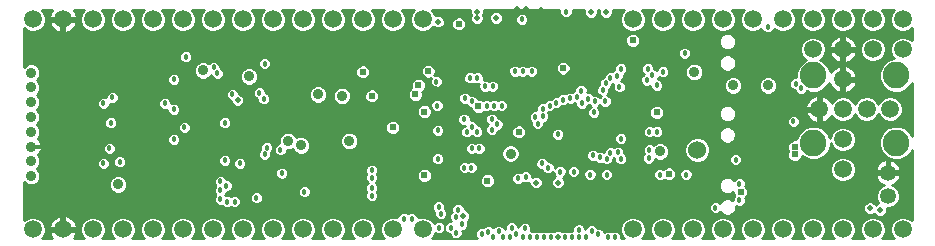
<source format=gbr>
G75*
G70*
%OFA0B0*%
%FSLAX24Y24*%
%IPPOS*%
%LPD*%
%AMOC8*
5,1,8,0,0,1.08239X$1,22.5*
%
%ADD10C,0.0591*%
%ADD11C,0.0354*%
%ADD12C,0.0886*%
%ADD13C,0.0531*%
%ADD14C,0.0600*%
%ADD15C,0.0180*%
%ADD16C,0.0198*%
%ADD17C,0.0237*%
%ADD18C,0.0100*%
%ADD19C,0.0080*%
D10*
X006658Y009702D03*
X007658Y009702D03*
X008658Y009702D03*
X009658Y009702D03*
X010658Y009702D03*
X011658Y009702D03*
X012658Y009702D03*
X013658Y009702D03*
X014658Y009702D03*
X015658Y009702D03*
X016658Y009702D03*
X017658Y009702D03*
X018658Y009702D03*
X019658Y009702D03*
X026658Y009702D03*
X027658Y009702D03*
X028658Y009702D03*
X029658Y009702D03*
X030658Y009702D03*
X031658Y009702D03*
X032658Y009702D03*
X033658Y009702D03*
X034658Y009702D03*
X035658Y009702D03*
X033658Y011702D03*
X033658Y012702D03*
X033658Y013702D03*
X033664Y013710D03*
X034451Y013710D03*
X035238Y013710D03*
X033658Y014702D03*
X032876Y013710D03*
X032658Y015702D03*
X033658Y015702D03*
X034658Y015702D03*
X035658Y015702D03*
X035658Y016702D03*
X034658Y016702D03*
X033658Y016702D03*
X032658Y016702D03*
X031658Y016702D03*
X030658Y016702D03*
X029658Y016702D03*
X028658Y016702D03*
X027658Y016702D03*
X026658Y016702D03*
X019658Y016702D03*
X018658Y016702D03*
X017658Y016702D03*
X016658Y016702D03*
X015658Y016702D03*
X014658Y016702D03*
X013658Y016702D03*
X012658Y016702D03*
X011658Y016702D03*
X010658Y016702D03*
X009658Y016702D03*
X008658Y016702D03*
X007658Y016702D03*
X006658Y016702D03*
D11*
X006608Y014924D03*
X006608Y014432D03*
X006608Y013940D03*
X006608Y013448D03*
X006608Y012956D03*
X006608Y012464D03*
X006608Y011972D03*
X006608Y011479D03*
X008658Y011702D03*
X009508Y011202D03*
X012108Y012252D03*
X013708Y012277D03*
X015158Y012652D03*
X015608Y012502D03*
X017208Y012652D03*
X019308Y011527D03*
X022583Y012227D03*
X027558Y012302D03*
X028108Y012302D03*
X030208Y012727D03*
X030008Y014502D03*
X031158Y014502D03*
X028708Y014952D03*
X034408Y014452D03*
X016958Y014152D03*
X016158Y014202D03*
X013858Y014802D03*
X012333Y015002D03*
X014908Y010977D03*
D12*
X032679Y012588D03*
X035435Y012588D03*
X035435Y014832D03*
X032679Y014832D03*
D13*
X035158Y011596D03*
X035158Y010808D03*
D14*
X028808Y012352D03*
D15*
X028433Y011527D03*
X027558Y011527D03*
X027183Y012077D03*
X027208Y012352D03*
X026258Y012052D03*
X026158Y012277D03*
X025908Y012252D03*
X025783Y012052D03*
X025558Y012102D03*
X025333Y012177D03*
X025233Y011527D03*
X025783Y011527D03*
X024683Y011627D03*
X024233Y011627D03*
X023833Y011752D03*
X023633Y011902D03*
X023083Y011452D03*
X022833Y011402D03*
X021278Y011762D03*
X021048Y011762D03*
X020158Y012052D03*
X021283Y012402D03*
X021533Y012402D03*
X021458Y012952D03*
X021283Y013127D03*
X021133Y012952D03*
X021033Y013377D03*
X021283Y013977D03*
X021058Y014077D03*
X021783Y013827D03*
X022033Y013827D03*
X022283Y013827D03*
X021958Y013377D03*
X022133Y013202D03*
X021958Y013027D03*
X023408Y013452D03*
X023483Y013227D03*
X023658Y013477D03*
X023658Y013727D03*
X023883Y013827D03*
X024108Y013927D03*
X024333Y014027D03*
X024558Y014077D03*
X024783Y014127D03*
X024933Y014327D03*
X025158Y014052D03*
X025383Y013977D03*
X025733Y013977D03*
X025358Y013602D03*
X024958Y013902D03*
X025658Y014352D03*
X025758Y014577D03*
X025908Y014752D03*
X026133Y014827D03*
X026258Y015052D03*
X027158Y015052D03*
X027308Y014852D03*
X027133Y014677D03*
X027458Y014502D03*
X027658Y014952D03*
X028383Y015577D03*
X026208Y014452D03*
X024083Y014977D03*
X023283Y014977D03*
X022983Y014977D03*
X022733Y014977D03*
X021983Y014477D03*
X021733Y014477D03*
X021468Y014752D03*
X021233Y014752D03*
X020108Y014627D03*
X020133Y013827D03*
X020158Y013002D03*
X017958Y011677D03*
X017958Y011427D03*
X017958Y011077D03*
X017958Y010827D03*
X019033Y010052D03*
X019283Y010052D03*
X020193Y009752D03*
X020583Y009752D03*
X020763Y009592D03*
X020958Y009877D03*
X020758Y010127D03*
X020833Y010352D03*
X020258Y010227D03*
X020183Y010452D03*
X021623Y009552D03*
X021848Y009622D03*
X021998Y009442D03*
X022188Y009642D03*
X022328Y009442D03*
X022558Y009442D03*
X022758Y009562D03*
X022618Y009752D03*
X023058Y009732D03*
X022998Y009442D03*
X023228Y009442D03*
X023458Y009442D03*
X023688Y009442D03*
X023918Y009442D03*
X024398Y009442D03*
X024628Y009442D03*
X024858Y009442D03*
X025088Y009442D03*
X025288Y009647D03*
X025498Y009542D03*
X025828Y009442D03*
X026058Y009442D03*
X024858Y009682D03*
X029408Y010427D03*
X030208Y010677D03*
X030208Y011227D03*
X030083Y012027D03*
X032008Y013302D03*
X032258Y014402D03*
X032083Y014552D03*
X031158Y016452D03*
X027458Y012952D03*
X027208Y012952D03*
X026258Y012727D03*
X024158Y012877D03*
X022958Y016702D03*
X024433Y016957D03*
X014908Y012352D03*
X014458Y012427D03*
X014383Y012202D03*
X013558Y011902D03*
X013058Y012002D03*
X012908Y011302D03*
X013108Y011152D03*
X012908Y011002D03*
X012908Y010702D03*
X013133Y010627D03*
X013383Y010627D03*
X014108Y010752D03*
X014958Y011577D03*
X015708Y010952D03*
X013058Y013252D03*
X011708Y013102D03*
X011358Y012702D03*
X011358Y013702D03*
X011058Y013902D03*
X011358Y014702D03*
X012683Y015102D03*
X012808Y014902D03*
X013308Y014202D03*
X014208Y014252D03*
X014358Y014052D03*
X014383Y015227D03*
X011758Y015452D03*
X009308Y014102D03*
X009008Y013902D03*
X009258Y013252D03*
X009208Y012402D03*
X009558Y011952D03*
X009008Y011902D03*
D16*
X013483Y014002D03*
X020108Y014377D03*
X020183Y013277D03*
X023433Y011262D03*
X024158Y011262D03*
X026118Y009682D03*
X024158Y009442D03*
X021008Y010152D03*
X027283Y011527D03*
X031883Y010527D03*
X034558Y010402D03*
X034908Y010352D03*
X025758Y016952D03*
X025258Y016952D03*
X023608Y017002D03*
X023108Y017052D03*
X022808Y017052D03*
X022308Y016952D03*
X022108Y016752D03*
X021458Y016752D03*
X021458Y016952D03*
X020158Y016627D03*
D17*
X020858Y016552D03*
X020783Y016002D03*
X019833Y014977D03*
X019508Y014502D03*
X019408Y014202D03*
X019708Y013627D03*
X018658Y013102D03*
X018658Y012752D03*
X019708Y011502D03*
X021808Y011322D03*
X022858Y012952D03*
X021508Y013802D03*
X024333Y015077D03*
X026333Y016077D03*
X026658Y016002D03*
X027558Y016002D03*
X030458Y016152D03*
X027858Y013602D03*
X027458Y013602D03*
X027858Y011552D03*
X030258Y010952D03*
X030583Y011577D03*
X032058Y012202D03*
X032058Y012452D03*
X030158Y009952D03*
X029158Y009952D03*
X028158Y009952D03*
X027158Y009952D03*
X020308Y009477D03*
X014108Y011102D03*
X017958Y014152D03*
X018258Y014927D03*
X017658Y014952D03*
X017158Y016502D03*
X018158Y016502D03*
X019158Y016502D03*
X016158Y016452D03*
X015158Y016452D03*
X014158Y016452D03*
X013158Y016452D03*
X012158Y016452D03*
X011158Y016452D03*
D18*
X007019Y009461D02*
X006959Y009402D01*
X007300Y009402D01*
X007264Y009438D01*
X007193Y009609D01*
X007193Y009653D01*
X007609Y009653D01*
X007609Y009750D01*
X007193Y009750D01*
X007193Y009794D01*
X007264Y009965D01*
X007395Y010096D01*
X007566Y010167D01*
X007610Y010167D01*
X007610Y009751D01*
X007707Y009751D01*
X007707Y010167D01*
X007751Y010167D01*
X007922Y010096D01*
X008053Y009965D01*
X008123Y009794D01*
X008123Y009750D01*
X007707Y009750D01*
X007707Y009653D01*
X008123Y009653D01*
X008123Y009609D01*
X008053Y009438D01*
X008016Y009402D01*
X008357Y009402D01*
X008298Y009461D01*
X008233Y009617D01*
X008233Y009786D01*
X008298Y009943D01*
X008417Y010062D01*
X008574Y010127D01*
X008743Y010127D01*
X008899Y010062D01*
X009019Y009943D01*
X009083Y009786D01*
X009083Y009617D01*
X009019Y009461D01*
X008959Y009402D01*
X009357Y009402D01*
X009298Y009461D01*
X009233Y009617D01*
X009233Y009786D01*
X009298Y009943D01*
X009417Y010062D01*
X009574Y010127D01*
X009743Y010127D01*
X009899Y010062D01*
X010019Y009943D01*
X010083Y009786D01*
X010083Y009617D01*
X010019Y009461D01*
X009959Y009402D01*
X010357Y009402D01*
X010298Y009461D01*
X010233Y009617D01*
X010233Y009786D01*
X010298Y009943D01*
X010417Y010062D01*
X010574Y010127D01*
X010743Y010127D01*
X010899Y010062D01*
X011019Y009943D01*
X011083Y009786D01*
X011083Y009617D01*
X011019Y009461D01*
X010959Y009402D01*
X011357Y009402D01*
X011298Y009461D01*
X011233Y009617D01*
X011233Y009786D01*
X011298Y009943D01*
X011417Y010062D01*
X011574Y010127D01*
X011743Y010127D01*
X011899Y010062D01*
X012019Y009943D01*
X012083Y009786D01*
X012083Y009617D01*
X012019Y009461D01*
X011959Y009402D01*
X012357Y009402D01*
X012298Y009461D01*
X012233Y009617D01*
X012233Y009786D01*
X012298Y009943D01*
X012417Y010062D01*
X012574Y010127D01*
X012743Y010127D01*
X012899Y010062D01*
X013019Y009943D01*
X013083Y009786D01*
X013083Y009617D01*
X013019Y009461D01*
X012959Y009402D01*
X013357Y009402D01*
X013298Y009461D01*
X013233Y009617D01*
X013233Y009786D01*
X013298Y009943D01*
X013417Y010062D01*
X013574Y010127D01*
X013743Y010127D01*
X013899Y010062D01*
X014019Y009943D01*
X014083Y009786D01*
X014083Y009617D01*
X014019Y009461D01*
X013959Y009402D01*
X014357Y009402D01*
X014298Y009461D01*
X014233Y009617D01*
X014233Y009786D01*
X014298Y009943D01*
X014417Y010062D01*
X014574Y010127D01*
X014743Y010127D01*
X014899Y010062D01*
X015019Y009943D01*
X015083Y009786D01*
X015083Y009617D01*
X015019Y009461D01*
X014959Y009402D01*
X015357Y009402D01*
X015298Y009461D01*
X015233Y009617D01*
X015233Y009786D01*
X015298Y009943D01*
X015417Y010062D01*
X015574Y010127D01*
X015743Y010127D01*
X015899Y010062D01*
X016019Y009943D01*
X016083Y009786D01*
X016083Y009617D01*
X016019Y009461D01*
X015959Y009402D01*
X016357Y009402D01*
X016298Y009461D01*
X016233Y009617D01*
X016233Y009786D01*
X016298Y009943D01*
X016417Y010062D01*
X016574Y010127D01*
X016743Y010127D01*
X016899Y010062D01*
X017019Y009943D01*
X017083Y009786D01*
X017083Y009617D01*
X017019Y009461D01*
X016959Y009402D01*
X017357Y009402D01*
X017298Y009461D01*
X017233Y009617D01*
X017233Y009786D01*
X017298Y009943D01*
X017417Y010062D01*
X017574Y010127D01*
X017743Y010127D01*
X017899Y010062D01*
X018019Y009943D01*
X018083Y009786D01*
X018083Y009617D01*
X018019Y009461D01*
X017959Y009402D01*
X018357Y009402D01*
X018298Y009461D01*
X018233Y009617D01*
X018233Y009786D01*
X018298Y009943D01*
X018417Y010062D01*
X018574Y010127D01*
X018743Y010127D01*
X018814Y010098D01*
X018847Y010176D01*
X018908Y010238D01*
X018989Y010272D01*
X019077Y010272D01*
X019158Y010238D01*
X019158Y010238D01*
X019158Y010238D01*
X019239Y010272D01*
X019327Y010272D01*
X019408Y010238D01*
X019470Y010176D01*
X019502Y010098D01*
X019574Y010127D01*
X019743Y010127D01*
X019899Y010062D01*
X020019Y009943D01*
X020034Y009904D01*
X020068Y009938D01*
X020149Y009972D01*
X020237Y009972D01*
X020318Y009938D01*
X020380Y009876D01*
X020388Y009856D01*
X020397Y009876D01*
X020458Y009938D01*
X020539Y009972D01*
X020602Y009972D01*
X020572Y010002D01*
X020538Y010083D01*
X020538Y010171D01*
X020572Y010251D01*
X020618Y010297D01*
X020613Y010308D01*
X020613Y010396D01*
X020647Y010476D01*
X020708Y010538D01*
X020789Y010572D01*
X020877Y010572D01*
X020958Y010538D01*
X021020Y010476D01*
X021053Y010396D01*
X021053Y010381D01*
X021054Y010381D01*
X021138Y010346D01*
X021202Y010282D01*
X021237Y010197D01*
X021237Y010106D01*
X021202Y010022D01*
X021155Y009975D01*
X021178Y009921D01*
X021178Y009833D01*
X021145Y009752D01*
X021083Y009690D01*
X021002Y009657D01*
X020974Y009657D01*
X020983Y009636D01*
X020983Y009548D01*
X020950Y009467D01*
X020888Y009405D01*
X020879Y009402D01*
X021462Y009402D01*
X021437Y009427D01*
X021403Y009508D01*
X021403Y009596D01*
X020983Y009596D01*
X020962Y009498D02*
X021407Y009498D01*
X021403Y009596D02*
X021437Y009676D01*
X021498Y009738D01*
X021579Y009772D01*
X021667Y009772D01*
X021681Y009766D01*
X021723Y009808D01*
X021804Y009842D01*
X021892Y009842D01*
X021973Y009808D01*
X022008Y009773D01*
X022063Y009828D01*
X022144Y009862D01*
X022232Y009862D01*
X022313Y009828D01*
X022375Y009766D01*
X022398Y009710D01*
X022398Y009796D01*
X022432Y009876D01*
X022493Y009938D01*
X022574Y009972D01*
X022662Y009972D01*
X022743Y009938D01*
X022805Y009876D01*
X022838Y009796D01*
X022838Y009767D01*
X022838Y009767D01*
X022838Y009776D01*
X022872Y009856D01*
X022933Y009918D01*
X023014Y009952D01*
X023102Y009952D01*
X023183Y009918D01*
X023245Y009856D01*
X023278Y009776D01*
X023278Y009688D01*
X023267Y009662D01*
X023272Y009662D01*
X023343Y009632D01*
X023414Y009662D01*
X023502Y009662D01*
X023573Y009632D01*
X023644Y009662D01*
X023732Y009662D01*
X023803Y009632D01*
X023874Y009662D01*
X023962Y009662D01*
X024027Y009635D01*
X024028Y009636D01*
X024113Y009671D01*
X024204Y009671D01*
X024288Y009636D01*
X024289Y009635D01*
X024354Y009662D01*
X024442Y009662D01*
X024513Y009632D01*
X024584Y009662D01*
X024638Y009662D01*
X024638Y009726D01*
X024672Y009806D01*
X024733Y009868D01*
X024814Y009902D01*
X024902Y009902D01*
X024983Y009868D01*
X025045Y009806D01*
X025078Y009726D01*
X025078Y009715D01*
X025102Y009771D01*
X025163Y009833D01*
X025244Y009867D01*
X025332Y009867D01*
X025413Y009833D01*
X025475Y009771D01*
X025479Y009762D01*
X025542Y009762D01*
X025623Y009728D01*
X025685Y009666D01*
X025701Y009626D01*
X025703Y009628D01*
X025784Y009662D01*
X025872Y009662D01*
X025943Y009632D01*
X026014Y009662D01*
X026102Y009662D01*
X026183Y009628D01*
X026245Y009566D01*
X026278Y009486D01*
X026278Y009402D01*
X026357Y009402D01*
X026298Y009461D01*
X026233Y009617D01*
X026233Y009786D01*
X026298Y009943D01*
X026417Y010062D01*
X026574Y010127D01*
X026743Y010127D01*
X026899Y010062D01*
X027019Y009943D01*
X027083Y009786D01*
X027083Y009617D01*
X027019Y009461D01*
X026959Y009402D01*
X027357Y009402D01*
X027298Y009461D01*
X027233Y009617D01*
X027233Y009786D01*
X027298Y009943D01*
X027417Y010062D01*
X027574Y010127D01*
X027743Y010127D01*
X027899Y010062D01*
X028019Y009943D01*
X028083Y009786D01*
X028083Y009617D01*
X028019Y009461D01*
X027959Y009402D01*
X028357Y009402D01*
X028298Y009461D01*
X028233Y009617D01*
X028233Y009786D01*
X028298Y009943D01*
X028417Y010062D01*
X028574Y010127D01*
X028743Y010127D01*
X028899Y010062D01*
X029019Y009943D01*
X029083Y009786D01*
X029083Y009617D01*
X029019Y009461D01*
X028959Y009402D01*
X029357Y009402D01*
X029298Y009461D01*
X029233Y009617D01*
X029233Y009786D01*
X029298Y009943D01*
X029417Y010062D01*
X029574Y010127D01*
X029743Y010127D01*
X029899Y010062D01*
X030019Y009943D01*
X030083Y009786D01*
X030083Y009617D01*
X030019Y009461D01*
X029959Y009402D01*
X030357Y009402D01*
X030298Y009461D01*
X030233Y009617D01*
X030233Y009786D01*
X030298Y009943D01*
X030417Y010062D01*
X030574Y010127D01*
X030743Y010127D01*
X030899Y010062D01*
X031019Y009943D01*
X031083Y009786D01*
X031083Y009617D01*
X031019Y009461D01*
X030959Y009402D01*
X031357Y009402D01*
X031298Y009461D01*
X031233Y009617D01*
X031233Y009786D01*
X031298Y009943D01*
X031417Y010062D01*
X031574Y010127D01*
X031743Y010127D01*
X031899Y010062D01*
X032019Y009943D01*
X032083Y009786D01*
X032083Y009617D01*
X032019Y009461D01*
X031959Y009402D01*
X032357Y009402D01*
X032298Y009461D01*
X032233Y009617D01*
X032233Y009786D01*
X032298Y009943D01*
X032417Y010062D01*
X032574Y010127D01*
X032743Y010127D01*
X032899Y010062D01*
X033019Y009943D01*
X033083Y009786D01*
X033083Y009617D01*
X033019Y009461D01*
X032959Y009402D01*
X033357Y009402D01*
X033298Y009461D01*
X033233Y009617D01*
X033233Y009786D01*
X033298Y009943D01*
X033417Y010062D01*
X033574Y010127D01*
X033743Y010127D01*
X033899Y010062D01*
X034019Y009943D01*
X034083Y009786D01*
X034083Y009617D01*
X034019Y009461D01*
X033959Y009402D01*
X034357Y009402D01*
X034298Y009461D01*
X034233Y009617D01*
X034233Y009786D01*
X034298Y009943D01*
X034417Y010062D01*
X034574Y010127D01*
X034743Y010127D01*
X034899Y010062D01*
X035019Y009943D01*
X035083Y009786D01*
X035083Y009617D01*
X035019Y009461D01*
X034959Y009402D01*
X035357Y009402D01*
X035298Y009461D01*
X035233Y009617D01*
X035233Y009786D01*
X035298Y009943D01*
X035417Y010062D01*
X035574Y010127D01*
X035743Y010127D01*
X035899Y010062D01*
X035958Y010003D01*
X035958Y012353D01*
X035921Y012264D01*
X035760Y012102D01*
X035549Y012015D01*
X035321Y012015D01*
X035111Y012102D01*
X034950Y012264D01*
X034862Y012474D01*
X034862Y012702D01*
X034950Y012913D01*
X035111Y013074D01*
X035321Y013161D01*
X035549Y013161D01*
X035760Y013074D01*
X035921Y012913D01*
X035958Y012823D01*
X035958Y014597D01*
X035921Y014508D01*
X035760Y014346D01*
X035549Y014259D01*
X035321Y014259D01*
X035111Y014346D01*
X034950Y014508D01*
X034862Y014718D01*
X034862Y014946D01*
X034950Y015157D01*
X035111Y015318D01*
X035321Y015405D01*
X035354Y015405D01*
X035298Y015461D01*
X035233Y015617D01*
X035233Y015786D01*
X035298Y015943D01*
X035417Y016062D01*
X035574Y016127D01*
X035743Y016127D01*
X035899Y016062D01*
X035958Y016003D01*
X035958Y016401D01*
X035899Y016341D01*
X035743Y016277D01*
X035574Y016277D01*
X035417Y016341D01*
X035298Y016461D01*
X035233Y016617D01*
X035233Y016786D01*
X035298Y016943D01*
X035357Y017002D01*
X034959Y017002D01*
X035019Y016943D01*
X035083Y016786D01*
X035083Y016617D01*
X035019Y016461D01*
X034899Y016341D01*
X034743Y016277D01*
X034574Y016277D01*
X034417Y016341D01*
X034298Y016461D01*
X034233Y016617D01*
X034233Y016786D01*
X034298Y016943D01*
X034357Y017002D01*
X033959Y017002D01*
X034019Y016943D01*
X034083Y016786D01*
X034083Y016617D01*
X034019Y016461D01*
X033899Y016341D01*
X033743Y016277D01*
X033574Y016277D01*
X033417Y016341D01*
X033298Y016461D01*
X033233Y016617D01*
X033233Y016786D01*
X033298Y016943D01*
X033357Y017002D01*
X032959Y017002D01*
X033019Y016943D01*
X033083Y016786D01*
X033083Y016617D01*
X033019Y016461D01*
X032899Y016341D01*
X032743Y016277D01*
X032574Y016277D01*
X032417Y016341D01*
X032298Y016461D01*
X032233Y016617D01*
X032233Y016786D01*
X032298Y016943D01*
X032357Y017002D01*
X031959Y017002D01*
X032019Y016943D01*
X032083Y016786D01*
X032083Y016617D01*
X032019Y016461D01*
X031899Y016341D01*
X031743Y016277D01*
X031574Y016277D01*
X031417Y016341D01*
X031370Y016389D01*
X031345Y016327D01*
X031283Y016265D01*
X031202Y016232D01*
X031114Y016232D01*
X031033Y016265D01*
X030972Y016327D01*
X030946Y016389D01*
X030899Y016341D01*
X030743Y016277D01*
X030574Y016277D01*
X030417Y016341D01*
X030298Y016461D01*
X030233Y016617D01*
X030233Y016786D01*
X030298Y016943D01*
X030357Y017002D01*
X029959Y017002D01*
X030019Y016943D01*
X030083Y016786D01*
X030083Y016617D01*
X030019Y016461D01*
X029899Y016341D01*
X029743Y016277D01*
X029574Y016277D01*
X029417Y016341D01*
X029298Y016461D01*
X029233Y016617D01*
X029233Y016786D01*
X029298Y016943D01*
X029357Y017002D01*
X028959Y017002D01*
X029019Y016943D01*
X029083Y016786D01*
X029083Y016617D01*
X029019Y016461D01*
X028899Y016341D01*
X028743Y016277D01*
X028574Y016277D01*
X028417Y016341D01*
X028298Y016461D01*
X028233Y016617D01*
X028233Y016786D01*
X028298Y016943D01*
X028357Y017002D01*
X027959Y017002D01*
X028019Y016943D01*
X028083Y016786D01*
X028083Y016617D01*
X028019Y016461D01*
X027899Y016341D01*
X027743Y016277D01*
X027574Y016277D01*
X027417Y016341D01*
X027298Y016461D01*
X027233Y016617D01*
X027233Y016786D01*
X027298Y016943D01*
X027357Y017002D01*
X026959Y017002D01*
X027019Y016943D01*
X027083Y016786D01*
X027083Y016617D01*
X027019Y016461D01*
X026899Y016341D01*
X026743Y016277D01*
X026574Y016277D01*
X026417Y016341D01*
X026298Y016461D01*
X026233Y016617D01*
X026233Y016786D01*
X026298Y016943D01*
X026357Y017002D01*
X025985Y017002D01*
X025987Y016997D01*
X025987Y016906D01*
X025952Y016822D01*
X025888Y016758D01*
X025804Y016723D01*
X025713Y016723D01*
X025628Y016758D01*
X025564Y016822D01*
X025529Y016906D01*
X025529Y016997D01*
X025531Y017002D01*
X025485Y017002D01*
X025487Y016997D01*
X025487Y016906D01*
X025452Y016822D01*
X025388Y016758D01*
X025304Y016723D01*
X025213Y016723D01*
X025128Y016758D01*
X025064Y016822D01*
X025029Y016906D01*
X025029Y016997D01*
X025031Y017002D01*
X024653Y017002D01*
X024653Y017001D01*
X024653Y016913D01*
X024620Y016832D01*
X024558Y016770D01*
X024477Y016737D01*
X024389Y016737D01*
X024308Y016770D01*
X024247Y016832D01*
X024213Y016913D01*
X024213Y017001D01*
X024214Y017002D01*
X021685Y017002D01*
X021687Y016997D01*
X021687Y016906D01*
X021665Y016852D01*
X021687Y016797D01*
X021687Y016706D01*
X021652Y016622D01*
X021588Y016558D01*
X021504Y016523D01*
X021413Y016523D01*
X021328Y016558D01*
X021264Y016622D01*
X021229Y016706D01*
X021229Y016797D01*
X021252Y016852D01*
X021229Y016906D01*
X021229Y016997D01*
X021231Y017002D01*
X019959Y017002D01*
X020019Y016943D01*
X020063Y016835D01*
X020113Y016856D01*
X020204Y016856D01*
X020288Y016821D01*
X020352Y016757D01*
X020387Y016672D01*
X020387Y016581D01*
X020352Y016497D01*
X020288Y016433D01*
X020204Y016398D01*
X020113Y016398D01*
X020028Y016433D01*
X020009Y016452D01*
X019899Y016341D01*
X019743Y016277D01*
X019574Y016277D01*
X019417Y016341D01*
X019298Y016461D01*
X019233Y016617D01*
X019233Y016786D01*
X019298Y016943D01*
X019357Y017002D01*
X018959Y017002D01*
X019019Y016943D01*
X019083Y016786D01*
X019083Y016617D01*
X019019Y016461D01*
X018899Y016341D01*
X018743Y016277D01*
X018574Y016277D01*
X018417Y016341D01*
X018298Y016461D01*
X018233Y016617D01*
X018233Y016786D01*
X018298Y016943D01*
X018357Y017002D01*
X017959Y017002D01*
X018019Y016943D01*
X018083Y016786D01*
X018083Y016617D01*
X018019Y016461D01*
X017899Y016341D01*
X017743Y016277D01*
X017574Y016277D01*
X017417Y016341D01*
X017298Y016461D01*
X017233Y016617D01*
X017233Y016786D01*
X017298Y016943D01*
X017357Y017002D01*
X016959Y017002D01*
X017019Y016943D01*
X017083Y016786D01*
X017083Y016617D01*
X017019Y016461D01*
X016899Y016341D01*
X016743Y016277D01*
X016574Y016277D01*
X016417Y016341D01*
X016298Y016461D01*
X016233Y016617D01*
X016233Y016786D01*
X016298Y016943D01*
X016357Y017002D01*
X015959Y017002D01*
X016019Y016943D01*
X016083Y016786D01*
X016083Y016617D01*
X016019Y016461D01*
X015899Y016341D01*
X015743Y016277D01*
X015574Y016277D01*
X015417Y016341D01*
X015298Y016461D01*
X015233Y016617D01*
X015233Y016786D01*
X015298Y016943D01*
X015357Y017002D01*
X014959Y017002D01*
X015019Y016943D01*
X015083Y016786D01*
X015083Y016617D01*
X015019Y016461D01*
X014899Y016341D01*
X014743Y016277D01*
X014574Y016277D01*
X014417Y016341D01*
X014298Y016461D01*
X014233Y016617D01*
X014233Y016786D01*
X014298Y016943D01*
X014357Y017002D01*
X013959Y017002D01*
X014019Y016943D01*
X014083Y016786D01*
X014083Y016617D01*
X014019Y016461D01*
X013899Y016341D01*
X013743Y016277D01*
X013574Y016277D01*
X013417Y016341D01*
X013298Y016461D01*
X013233Y016617D01*
X013233Y016786D01*
X013298Y016943D01*
X013357Y017002D01*
X012959Y017002D01*
X013019Y016943D01*
X013083Y016786D01*
X013083Y016617D01*
X013019Y016461D01*
X012899Y016341D01*
X012743Y016277D01*
X012574Y016277D01*
X012417Y016341D01*
X012298Y016461D01*
X012233Y016617D01*
X012233Y016786D01*
X012298Y016943D01*
X012357Y017002D01*
X011959Y017002D01*
X012019Y016943D01*
X012083Y016786D01*
X012083Y016617D01*
X012019Y016461D01*
X011899Y016341D01*
X011743Y016277D01*
X011574Y016277D01*
X011417Y016341D01*
X011298Y016461D01*
X011233Y016617D01*
X011233Y016786D01*
X011298Y016943D01*
X011357Y017002D01*
X010959Y017002D01*
X011019Y016943D01*
X011083Y016786D01*
X011083Y016617D01*
X011019Y016461D01*
X010899Y016341D01*
X010743Y016277D01*
X010574Y016277D01*
X010417Y016341D01*
X010298Y016461D01*
X010233Y016617D01*
X010233Y016786D01*
X010298Y016943D01*
X010357Y017002D01*
X009959Y017002D01*
X010019Y016943D01*
X010083Y016786D01*
X010083Y016617D01*
X010019Y016461D01*
X009899Y016341D01*
X009743Y016277D01*
X009574Y016277D01*
X009417Y016341D01*
X009298Y016461D01*
X009233Y016617D01*
X009233Y016786D01*
X009298Y016943D01*
X009357Y017002D01*
X008959Y017002D01*
X009019Y016943D01*
X009083Y016786D01*
X009083Y016617D01*
X009019Y016461D01*
X008899Y016341D01*
X008743Y016277D01*
X008574Y016277D01*
X008417Y016341D01*
X008298Y016461D01*
X008233Y016617D01*
X008233Y016786D01*
X008298Y016943D01*
X008357Y017002D01*
X008016Y017002D01*
X008053Y016965D01*
X008123Y016794D01*
X008123Y016750D01*
X007707Y016750D01*
X007707Y016653D01*
X008123Y016653D01*
X008123Y016609D01*
X008053Y016438D01*
X007922Y016307D01*
X007751Y016237D01*
X007707Y016237D01*
X007707Y016653D01*
X007610Y016653D01*
X007610Y016237D01*
X007566Y016237D01*
X007395Y016307D01*
X007264Y016438D01*
X007193Y016609D01*
X007193Y016653D01*
X007609Y016653D01*
X007609Y016750D01*
X007193Y016750D01*
X007193Y016794D01*
X007264Y016965D01*
X007300Y017002D01*
X006959Y017002D01*
X007019Y016943D01*
X007083Y016786D01*
X007083Y016617D01*
X007019Y016461D01*
X006899Y016341D01*
X006743Y016277D01*
X006574Y016277D01*
X006417Y016341D01*
X006358Y016401D01*
X006358Y015109D01*
X006434Y015185D01*
X006547Y015231D01*
X006669Y015231D01*
X006782Y015185D01*
X006868Y015098D01*
X006915Y014985D01*
X006915Y014863D01*
X006868Y014750D01*
X006796Y014678D01*
X006868Y014606D01*
X006915Y014493D01*
X006915Y014371D01*
X006868Y014258D01*
X006796Y014186D01*
X006868Y014114D01*
X006915Y014001D01*
X006915Y013879D01*
X006868Y013766D01*
X006796Y013694D01*
X006868Y013622D01*
X006915Y013509D01*
X006915Y013387D01*
X006868Y013274D01*
X006796Y013202D01*
X006868Y013130D01*
X006915Y013017D01*
X006915Y012895D01*
X006868Y012782D01*
X006825Y012738D01*
X006902Y012660D01*
X006955Y012533D01*
X006955Y012473D01*
X006617Y012473D01*
X006617Y012455D01*
X006955Y012455D01*
X006955Y012395D01*
X006902Y012267D01*
X006825Y012189D01*
X006868Y012146D01*
X006915Y012033D01*
X006915Y011910D01*
X006868Y011798D01*
X006796Y011726D01*
X006868Y011653D01*
X006915Y011541D01*
X006915Y011418D01*
X006868Y011305D01*
X006782Y011219D01*
X006669Y011172D01*
X006547Y011172D01*
X006434Y011219D01*
X006358Y011295D01*
X006358Y010003D01*
X006417Y010062D01*
X006574Y010127D01*
X006743Y010127D01*
X006899Y010062D01*
X007019Y009943D01*
X007083Y009786D01*
X007083Y009617D01*
X007019Y009461D01*
X007034Y009498D02*
X007239Y009498D01*
X007198Y009596D02*
X007075Y009596D01*
X007083Y009695D02*
X007609Y009695D01*
X007707Y009695D02*
X008233Y009695D01*
X008236Y009793D02*
X008123Y009793D01*
X008083Y009892D02*
X008276Y009892D01*
X008345Y009990D02*
X008028Y009990D01*
X007929Y010089D02*
X008481Y010089D01*
X008835Y010089D02*
X009481Y010089D01*
X009345Y009990D02*
X008971Y009990D01*
X009040Y009892D02*
X009276Y009892D01*
X009236Y009793D02*
X009081Y009793D01*
X009083Y009695D02*
X009233Y009695D01*
X009242Y009596D02*
X009075Y009596D01*
X009034Y009498D02*
X009282Y009498D01*
X010034Y009498D02*
X010282Y009498D01*
X010242Y009596D02*
X010075Y009596D01*
X010083Y009695D02*
X010233Y009695D01*
X010236Y009793D02*
X010081Y009793D01*
X010040Y009892D02*
X010276Y009892D01*
X010345Y009990D02*
X009971Y009990D01*
X009835Y010089D02*
X010481Y010089D01*
X010835Y010089D02*
X011481Y010089D01*
X011345Y009990D02*
X010971Y009990D01*
X011040Y009892D02*
X011276Y009892D01*
X011236Y009793D02*
X011081Y009793D01*
X011083Y009695D02*
X011233Y009695D01*
X011242Y009596D02*
X011075Y009596D01*
X011034Y009498D02*
X011282Y009498D01*
X012034Y009498D02*
X012282Y009498D01*
X012242Y009596D02*
X012075Y009596D01*
X012083Y009695D02*
X012233Y009695D01*
X012236Y009793D02*
X012081Y009793D01*
X012040Y009892D02*
X012276Y009892D01*
X012345Y009990D02*
X011971Y009990D01*
X011835Y010089D02*
X012481Y010089D01*
X012835Y010089D02*
X013481Y010089D01*
X013345Y009990D02*
X012971Y009990D01*
X013040Y009892D02*
X013276Y009892D01*
X013236Y009793D02*
X013081Y009793D01*
X013083Y009695D02*
X013233Y009695D01*
X013242Y009596D02*
X013075Y009596D01*
X013034Y009498D02*
X013282Y009498D01*
X014034Y009498D02*
X014282Y009498D01*
X014242Y009596D02*
X014075Y009596D01*
X014083Y009695D02*
X014233Y009695D01*
X014236Y009793D02*
X014081Y009793D01*
X014040Y009892D02*
X014276Y009892D01*
X014345Y009990D02*
X013971Y009990D01*
X013835Y010089D02*
X014481Y010089D01*
X014835Y010089D02*
X015481Y010089D01*
X015345Y009990D02*
X014971Y009990D01*
X015040Y009892D02*
X015276Y009892D01*
X015236Y009793D02*
X015081Y009793D01*
X015083Y009695D02*
X015233Y009695D01*
X015242Y009596D02*
X015075Y009596D01*
X015034Y009498D02*
X015282Y009498D01*
X016034Y009498D02*
X016282Y009498D01*
X016242Y009596D02*
X016075Y009596D01*
X016083Y009695D02*
X016233Y009695D01*
X016236Y009793D02*
X016081Y009793D01*
X016040Y009892D02*
X016276Y009892D01*
X016345Y009990D02*
X015971Y009990D01*
X015835Y010089D02*
X016481Y010089D01*
X016835Y010089D02*
X017481Y010089D01*
X017345Y009990D02*
X016971Y009990D01*
X017040Y009892D02*
X017276Y009892D01*
X017236Y009793D02*
X017081Y009793D01*
X017083Y009695D02*
X017233Y009695D01*
X017242Y009596D02*
X017075Y009596D01*
X017034Y009498D02*
X017282Y009498D01*
X018034Y009498D02*
X018282Y009498D01*
X018242Y009596D02*
X018075Y009596D01*
X018083Y009695D02*
X018233Y009695D01*
X018236Y009793D02*
X018081Y009793D01*
X018040Y009892D02*
X018276Y009892D01*
X018345Y009990D02*
X017971Y009990D01*
X017835Y010089D02*
X018481Y010089D01*
X018857Y010187D02*
X006358Y010187D01*
X006358Y010089D02*
X006481Y010089D01*
X006358Y010286D02*
X020038Y010286D01*
X020043Y010281D02*
X020038Y010271D01*
X020038Y010183D01*
X020072Y010102D01*
X020133Y010040D01*
X020214Y010007D01*
X020302Y010007D01*
X020383Y010040D01*
X020445Y010102D01*
X020478Y010183D01*
X020478Y010271D01*
X020445Y010351D01*
X020399Y010397D01*
X020403Y010408D01*
X020403Y010496D01*
X020370Y010576D01*
X020308Y010638D01*
X020227Y010672D01*
X020139Y010672D01*
X020058Y010638D01*
X019997Y010576D01*
X019963Y010496D01*
X019963Y010408D01*
X019997Y010327D01*
X020043Y010281D01*
X020038Y010187D02*
X019459Y010187D01*
X019835Y010089D02*
X020085Y010089D01*
X019971Y009990D02*
X020584Y009990D01*
X020538Y010089D02*
X020431Y010089D01*
X020478Y010187D02*
X020545Y010187D01*
X020606Y010286D02*
X020472Y010286D01*
X020412Y010384D02*
X020613Y010384D01*
X020653Y010483D02*
X020403Y010483D01*
X020365Y010581D02*
X029252Y010581D01*
X029222Y010551D02*
X029188Y010471D01*
X029188Y010383D01*
X029222Y010302D01*
X029283Y010240D01*
X029364Y010207D01*
X029452Y010207D01*
X029533Y010240D01*
X029570Y010278D01*
X029645Y010204D01*
X029751Y010160D01*
X029865Y010160D01*
X029971Y010204D01*
X030052Y010285D01*
X030096Y010390D01*
X030096Y010485D01*
X030164Y010457D01*
X030252Y010457D01*
X030333Y010490D01*
X030395Y010552D01*
X030428Y010633D01*
X030428Y010721D01*
X030414Y010756D01*
X030469Y010811D01*
X030507Y010902D01*
X030507Y011001D01*
X030469Y011093D01*
X030414Y011148D01*
X030428Y011183D01*
X030428Y011271D01*
X034866Y011271D01*
X034911Y011226D02*
X035022Y011180D01*
X034934Y011144D01*
X034823Y011032D01*
X034762Y010887D01*
X034762Y010729D01*
X034823Y010584D01*
X034837Y010570D01*
X034778Y010546D01*
X034756Y010523D01*
X034752Y010532D01*
X034688Y010596D01*
X034604Y010631D01*
X034513Y010631D01*
X034428Y010596D01*
X034364Y010532D01*
X034329Y010447D01*
X034329Y010356D01*
X034364Y010272D01*
X034428Y010208D01*
X034513Y010173D01*
X034604Y010173D01*
X034688Y010208D01*
X034711Y010230D01*
X034714Y010222D01*
X034778Y010158D01*
X034863Y010123D01*
X034954Y010123D01*
X035038Y010158D01*
X035102Y010222D01*
X035137Y010306D01*
X035137Y010397D01*
X035131Y010412D01*
X035237Y010412D01*
X035382Y010473D01*
X035494Y010584D01*
X035554Y010729D01*
X035554Y010887D01*
X035494Y011032D01*
X035382Y011144D01*
X035294Y011180D01*
X035405Y011226D01*
X035527Y011349D01*
X035594Y011509D01*
X035594Y011557D01*
X035197Y011557D01*
X035197Y011634D01*
X035594Y011634D01*
X035594Y011682D01*
X035527Y011842D01*
X035405Y011965D01*
X035245Y012031D01*
X035197Y012031D01*
X035197Y011634D01*
X035119Y011634D01*
X035119Y011557D01*
X034722Y011557D01*
X034722Y011509D01*
X034789Y011349D01*
X034911Y011226D01*
X035004Y011173D02*
X030424Y011173D01*
X030428Y011271D02*
X030395Y011351D01*
X030333Y011413D01*
X030252Y011447D01*
X030164Y011447D01*
X030083Y011413D01*
X030022Y011351D01*
X030021Y011350D01*
X029971Y011400D01*
X029865Y011444D01*
X029751Y011444D01*
X029645Y011400D01*
X029564Y011319D01*
X029520Y011213D01*
X029520Y011099D01*
X029564Y010993D01*
X029645Y010912D01*
X029751Y010868D01*
X029865Y010868D01*
X029971Y010912D01*
X030009Y010951D01*
X030009Y010902D01*
X030043Y010822D01*
X030022Y010801D01*
X029988Y010721D01*
X029988Y010674D01*
X029971Y010691D01*
X029865Y010735D01*
X029751Y010735D01*
X029645Y010691D01*
X029564Y010611D01*
X029556Y010590D01*
X029533Y010613D01*
X029452Y010647D01*
X029364Y010647D01*
X029283Y010613D01*
X029222Y010551D01*
X029193Y010483D02*
X021013Y010483D01*
X021053Y010384D02*
X029188Y010384D01*
X029238Y010286D02*
X021198Y010286D01*
X021237Y010187D02*
X029684Y010187D01*
X029835Y010089D02*
X030481Y010089D01*
X030345Y009990D02*
X029971Y009990D01*
X030040Y009892D02*
X030276Y009892D01*
X030236Y009793D02*
X030081Y009793D01*
X030083Y009695D02*
X030233Y009695D01*
X030242Y009596D02*
X030075Y009596D01*
X030034Y009498D02*
X030282Y009498D01*
X031034Y009498D02*
X031282Y009498D01*
X031242Y009596D02*
X031075Y009596D01*
X031083Y009695D02*
X031233Y009695D01*
X031236Y009793D02*
X031081Y009793D01*
X031040Y009892D02*
X031276Y009892D01*
X031345Y009990D02*
X030971Y009990D01*
X030835Y010089D02*
X031481Y010089D01*
X031835Y010089D02*
X032481Y010089D01*
X032345Y009990D02*
X031971Y009990D01*
X032040Y009892D02*
X032276Y009892D01*
X032236Y009793D02*
X032081Y009793D01*
X032083Y009695D02*
X032233Y009695D01*
X032242Y009596D02*
X032075Y009596D01*
X032034Y009498D02*
X032282Y009498D01*
X033034Y009498D02*
X033282Y009498D01*
X033242Y009596D02*
X033075Y009596D01*
X033083Y009695D02*
X033233Y009695D01*
X033236Y009793D02*
X033081Y009793D01*
X033040Y009892D02*
X033276Y009892D01*
X033345Y009990D02*
X032971Y009990D01*
X032835Y010089D02*
X033481Y010089D01*
X033835Y010089D02*
X034481Y010089D01*
X034478Y010187D02*
X029932Y010187D01*
X030053Y010286D02*
X034358Y010286D01*
X034329Y010384D02*
X030093Y010384D01*
X030096Y010483D02*
X030101Y010483D01*
X030315Y010483D02*
X034344Y010483D01*
X034414Y010581D02*
X030407Y010581D01*
X030428Y010680D02*
X034783Y010680D01*
X034762Y010779D02*
X030436Y010779D01*
X030496Y010877D02*
X034762Y010877D01*
X034799Y010976D02*
X030507Y010976D01*
X030477Y011074D02*
X034864Y011074D01*
X034780Y011370D02*
X033927Y011370D01*
X033899Y011341D02*
X034019Y011461D01*
X034083Y011617D01*
X034083Y011786D01*
X034019Y011943D01*
X033899Y012062D01*
X033743Y012127D01*
X033574Y012127D01*
X033417Y012062D01*
X033298Y011943D01*
X033233Y011786D01*
X033233Y011617D01*
X033298Y011461D01*
X033417Y011341D01*
X033574Y011277D01*
X033743Y011277D01*
X033899Y011341D01*
X034022Y011468D02*
X034739Y011468D01*
X034722Y011634D02*
X035119Y011634D01*
X035119Y012031D01*
X035071Y012031D01*
X034911Y011965D01*
X034789Y011842D01*
X034722Y011682D01*
X034722Y011634D01*
X034722Y011665D02*
X034083Y011665D01*
X034083Y011764D02*
X034756Y011764D01*
X034809Y011863D02*
X034052Y011863D01*
X034000Y011961D02*
X034907Y011961D01*
X035119Y011961D02*
X035197Y011961D01*
X035197Y011863D02*
X035119Y011863D01*
X035119Y011764D02*
X035197Y011764D01*
X035197Y011665D02*
X035119Y011665D01*
X035119Y011567D02*
X034062Y011567D01*
X033902Y012060D02*
X035214Y012060D01*
X035055Y012158D02*
X033060Y012158D01*
X033004Y012102D02*
X033165Y012264D01*
X033252Y012474D01*
X033252Y012570D01*
X033298Y012461D01*
X033417Y012341D01*
X033574Y012277D01*
X033743Y012277D01*
X033899Y012341D01*
X034019Y012461D01*
X034083Y012617D01*
X034083Y012786D01*
X034019Y012943D01*
X033899Y013062D01*
X033743Y013127D01*
X033574Y013127D01*
X033417Y013062D01*
X033298Y012943D01*
X033233Y012786D01*
X033233Y012749D01*
X033165Y012913D01*
X033004Y013074D01*
X032793Y013161D01*
X032565Y013161D01*
X032355Y013074D01*
X032194Y012913D01*
X032106Y012702D01*
X032106Y012701D01*
X032009Y012701D01*
X031917Y012663D01*
X031847Y012593D01*
X031809Y012501D01*
X031809Y012402D01*
X031841Y012327D01*
X031809Y012251D01*
X031809Y012152D01*
X031847Y012061D01*
X031917Y011991D01*
X032009Y011953D01*
X032108Y011953D01*
X032199Y011991D01*
X032269Y012061D01*
X032306Y012151D01*
X032355Y012102D01*
X032565Y012015D01*
X032793Y012015D01*
X033004Y012102D01*
X032901Y012060D02*
X033414Y012060D01*
X033316Y011961D02*
X032127Y011961D01*
X031989Y011961D02*
X030294Y011961D01*
X030303Y011983D02*
X030303Y012071D01*
X030270Y012151D01*
X030208Y012213D01*
X030127Y012247D01*
X030039Y012247D01*
X029958Y012213D01*
X029897Y012151D01*
X029863Y012071D01*
X029863Y011983D01*
X029897Y011902D01*
X029958Y011840D01*
X030039Y011807D01*
X030127Y011807D01*
X030208Y011840D01*
X030270Y011902D01*
X030303Y011983D01*
X030303Y012060D02*
X031849Y012060D01*
X031809Y012158D02*
X030263Y012158D01*
X029903Y012158D02*
X029193Y012158D01*
X029173Y012108D02*
X029238Y012266D01*
X029238Y012437D01*
X029173Y012595D01*
X029052Y012716D01*
X028894Y012782D01*
X028723Y012782D01*
X028565Y012716D01*
X028444Y012595D01*
X028378Y012437D01*
X028378Y012266D01*
X028444Y012108D01*
X028565Y011987D01*
X028723Y011922D01*
X028894Y011922D01*
X029052Y011987D01*
X029173Y012108D01*
X029124Y012060D02*
X029863Y012060D01*
X029872Y011961D02*
X028988Y011961D01*
X028628Y011961D02*
X027373Y011961D01*
X027370Y011952D02*
X027403Y012033D01*
X027403Y012034D01*
X027497Y011995D01*
X027619Y011995D01*
X027732Y012041D01*
X027818Y012128D01*
X027865Y012241D01*
X027865Y012363D01*
X027818Y012476D01*
X027732Y012562D01*
X027619Y012609D01*
X027497Y012609D01*
X027384Y012562D01*
X027346Y012525D01*
X027333Y012538D01*
X027252Y012572D01*
X027164Y012572D01*
X027083Y012538D01*
X027022Y012476D01*
X026988Y012396D01*
X026988Y012308D01*
X027022Y012227D01*
X026997Y012201D01*
X026963Y012121D01*
X026963Y012033D01*
X026997Y011952D01*
X027058Y011890D01*
X027139Y011857D01*
X027227Y011857D01*
X027308Y011890D01*
X027370Y011952D01*
X027241Y011863D02*
X029936Y011863D01*
X030230Y011863D02*
X033264Y011863D01*
X033233Y011764D02*
X027996Y011764D01*
X027999Y011763D02*
X027908Y011801D01*
X027809Y011801D01*
X027717Y011763D01*
X027672Y011718D01*
X027602Y011747D01*
X027514Y011747D01*
X027433Y011713D01*
X027372Y011651D01*
X027338Y011571D01*
X027338Y011483D01*
X027372Y011402D01*
X027433Y011340D01*
X027514Y011307D01*
X027602Y011307D01*
X027683Y011340D01*
X027700Y011358D01*
X027717Y011341D01*
X027809Y011303D01*
X027908Y011303D01*
X027999Y011341D01*
X028069Y011411D01*
X028107Y011502D01*
X028107Y011601D01*
X028069Y011693D01*
X027999Y011763D01*
X028080Y011665D02*
X028261Y011665D01*
X028247Y011651D02*
X028213Y011571D01*
X028213Y011483D01*
X028247Y011402D01*
X028308Y011340D01*
X028389Y011307D01*
X028477Y011307D01*
X028558Y011340D01*
X028620Y011402D01*
X028653Y011483D01*
X028653Y011571D01*
X028620Y011651D01*
X028558Y011713D01*
X028477Y011747D01*
X028389Y011747D01*
X028308Y011713D01*
X028247Y011651D01*
X028213Y011567D02*
X028107Y011567D01*
X028093Y011468D02*
X028219Y011468D01*
X028279Y011370D02*
X028028Y011370D01*
X028587Y011370D02*
X029615Y011370D01*
X029544Y011271D02*
X024387Y011271D01*
X024387Y011307D02*
X024352Y011392D01*
X024319Y011425D01*
X024358Y011440D01*
X024420Y011502D01*
X024453Y011583D01*
X024453Y011671D01*
X024420Y011751D01*
X024358Y011813D01*
X024277Y011847D01*
X024189Y011847D01*
X024108Y011813D01*
X024053Y011758D01*
X024053Y011796D01*
X024020Y011876D01*
X023958Y011938D01*
X023877Y011972D01*
X023842Y011972D01*
X023820Y012026D01*
X023758Y012088D01*
X023677Y012122D01*
X023589Y012122D01*
X023508Y012088D01*
X023447Y012026D01*
X023413Y011946D01*
X023413Y011858D01*
X023447Y011777D01*
X023508Y011715D01*
X023589Y011682D01*
X023624Y011682D01*
X023647Y011627D01*
X023708Y011565D01*
X023789Y011532D01*
X023877Y011532D01*
X023958Y011565D01*
X024013Y011621D01*
X024013Y011583D01*
X024047Y011502D01*
X024074Y011475D01*
X024028Y011456D01*
X023964Y011392D01*
X023929Y011307D01*
X023929Y011216D01*
X023964Y011132D01*
X024028Y011068D01*
X024113Y011033D01*
X024204Y011033D01*
X024288Y011068D01*
X024352Y011132D01*
X024387Y011216D01*
X024387Y011307D01*
X024361Y011370D02*
X025079Y011370D01*
X025108Y011340D02*
X025189Y011307D01*
X025277Y011307D01*
X025358Y011340D01*
X025420Y011402D01*
X025453Y011483D01*
X025453Y011571D01*
X025420Y011651D01*
X025358Y011713D01*
X025277Y011747D01*
X025189Y011747D01*
X025108Y011713D01*
X025047Y011651D01*
X025013Y011571D01*
X025013Y011483D01*
X025047Y011402D01*
X025108Y011340D01*
X025019Y011468D02*
X024836Y011468D01*
X024808Y011440D02*
X024870Y011502D01*
X024903Y011583D01*
X024903Y011671D01*
X024870Y011751D01*
X024808Y011813D01*
X024727Y011847D01*
X024639Y011847D01*
X024558Y011813D01*
X024497Y011751D01*
X024463Y011671D01*
X024463Y011583D01*
X024497Y011502D01*
X024558Y011440D01*
X024639Y011407D01*
X024727Y011407D01*
X024808Y011440D01*
X024896Y011567D02*
X025013Y011567D01*
X025061Y011665D02*
X024903Y011665D01*
X024857Y011764D02*
X027720Y011764D01*
X027750Y012060D02*
X028492Y012060D01*
X028423Y012158D02*
X027831Y012158D01*
X027865Y012257D02*
X028382Y012257D01*
X028378Y012355D02*
X027865Y012355D01*
X027828Y012454D02*
X028385Y012454D01*
X028426Y012552D02*
X027742Y012552D01*
X027583Y012765D02*
X027645Y012827D01*
X027678Y012908D01*
X027678Y012996D01*
X027645Y013076D01*
X027583Y013138D01*
X027502Y013172D01*
X027414Y013172D01*
X027333Y013138D01*
X027333Y013138D01*
X027333Y013138D01*
X027252Y013172D01*
X027164Y013172D01*
X027083Y013138D01*
X027022Y013076D01*
X026988Y012996D01*
X026988Y012908D01*
X027022Y012827D01*
X027083Y012765D01*
X027164Y012732D01*
X027252Y012732D01*
X027333Y012765D01*
X027333Y012766D01*
X027333Y012765D01*
X027414Y012732D01*
X027502Y012732D01*
X027583Y012765D01*
X027544Y012749D02*
X028644Y012749D01*
X028499Y012651D02*
X026465Y012651D01*
X026478Y012683D02*
X026478Y012771D01*
X026445Y012851D01*
X026383Y012913D01*
X026302Y012947D01*
X026214Y012947D01*
X026133Y012913D01*
X026072Y012851D01*
X026038Y012771D01*
X026038Y012683D01*
X026072Y012602D01*
X026133Y012540D01*
X026214Y012507D01*
X026302Y012507D01*
X026383Y012540D01*
X026445Y012602D01*
X026478Y012683D01*
X026478Y012749D02*
X027122Y012749D01*
X027013Y012848D02*
X026446Y012848D01*
X026303Y012947D02*
X026988Y012947D01*
X027009Y013045D02*
X024301Y013045D01*
X024283Y013063D02*
X024202Y013097D01*
X024114Y013097D01*
X024033Y013063D01*
X023972Y013001D01*
X023938Y012921D01*
X023938Y012833D01*
X023972Y012752D01*
X024033Y012690D01*
X024114Y012657D01*
X024202Y012657D01*
X024283Y012690D01*
X024345Y012752D01*
X024378Y012833D01*
X024378Y012921D01*
X024345Y013001D01*
X024283Y013063D01*
X024367Y012947D02*
X026214Y012947D01*
X026070Y012848D02*
X024378Y012848D01*
X024342Y012749D02*
X026038Y012749D01*
X026051Y012651D02*
X017515Y012651D01*
X017515Y012591D02*
X017515Y012713D01*
X017468Y012826D01*
X017382Y012912D01*
X017269Y012959D01*
X017147Y012959D01*
X017034Y012912D01*
X016948Y012826D01*
X016901Y012713D01*
X016901Y012591D01*
X016948Y012478D01*
X017034Y012391D01*
X017147Y012345D01*
X017269Y012345D01*
X017382Y012391D01*
X017468Y012478D01*
X017515Y012591D01*
X017499Y012552D02*
X021122Y012552D01*
X021097Y012526D02*
X021063Y012446D01*
X021063Y012358D01*
X021097Y012277D01*
X021158Y012215D01*
X021239Y012182D01*
X021327Y012182D01*
X021408Y012215D01*
X021408Y012216D01*
X021408Y012215D01*
X021489Y012182D01*
X021577Y012182D01*
X021658Y012215D01*
X021720Y012277D01*
X021753Y012358D01*
X021753Y012446D01*
X021720Y012526D01*
X021658Y012588D01*
X021577Y012622D01*
X021489Y012622D01*
X021408Y012588D01*
X021408Y012588D01*
X021408Y012588D01*
X021327Y012622D01*
X021239Y012622D01*
X021158Y012588D01*
X021097Y012526D01*
X021067Y012454D02*
X017444Y012454D01*
X017295Y012355D02*
X021064Y012355D01*
X021117Y012257D02*
X020238Y012257D01*
X020202Y012272D02*
X020114Y012272D01*
X020033Y012238D01*
X019972Y012176D01*
X019938Y012096D01*
X019938Y012008D01*
X019972Y011927D01*
X020033Y011865D01*
X020114Y011832D01*
X020202Y011832D01*
X020283Y011865D01*
X020345Y011927D01*
X020378Y012008D01*
X020378Y012096D01*
X020345Y012176D01*
X020283Y012238D01*
X020202Y012272D01*
X020078Y012257D02*
X015797Y012257D01*
X015782Y012241D02*
X015868Y012328D01*
X015915Y012441D01*
X015915Y012563D01*
X015868Y012676D01*
X015782Y012762D01*
X015669Y012809D01*
X015547Y012809D01*
X015443Y012766D01*
X015418Y012826D01*
X015332Y012912D01*
X015219Y012959D01*
X015097Y012959D01*
X014984Y012912D01*
X014898Y012826D01*
X014851Y012713D01*
X014851Y012591D01*
X014860Y012570D01*
X014783Y012538D01*
X014722Y012476D01*
X014688Y012396D01*
X014688Y012308D01*
X014722Y012227D01*
X014783Y012165D01*
X014864Y012132D01*
X014952Y012132D01*
X015033Y012165D01*
X015095Y012227D01*
X015128Y012308D01*
X015128Y012345D01*
X015219Y012345D01*
X015323Y012388D01*
X015348Y012328D01*
X015434Y012241D01*
X015547Y012195D01*
X015669Y012195D01*
X015782Y012241D01*
X015880Y012355D02*
X017121Y012355D01*
X016972Y012454D02*
X015915Y012454D01*
X015915Y012552D02*
X016917Y012552D01*
X016901Y012651D02*
X015879Y012651D01*
X015795Y012749D02*
X016916Y012749D01*
X016970Y012848D02*
X015396Y012848D01*
X015249Y012947D02*
X017117Y012947D01*
X017299Y012947D02*
X018462Y012947D01*
X018447Y012961D02*
X018517Y012891D01*
X018609Y012853D01*
X018708Y012853D01*
X018799Y012891D01*
X018869Y012961D01*
X018907Y013052D01*
X018907Y013151D01*
X018869Y013243D01*
X018799Y013313D01*
X018708Y013351D01*
X018609Y013351D01*
X018517Y013313D01*
X018447Y013243D01*
X018409Y013151D01*
X018409Y013052D01*
X018447Y012961D01*
X018412Y013045D02*
X013134Y013045D01*
X013102Y013032D02*
X013183Y013065D01*
X013245Y013127D01*
X013278Y013208D01*
X013278Y013296D01*
X013245Y013376D01*
X013183Y013438D01*
X013102Y013472D01*
X013014Y013472D01*
X012933Y013438D01*
X012872Y013376D01*
X012838Y013296D01*
X012838Y013208D01*
X012872Y013127D01*
X012933Y013065D01*
X013014Y013032D01*
X013102Y013032D01*
X012982Y013045D02*
X011923Y013045D01*
X011928Y013058D02*
X011928Y013146D01*
X011895Y013226D01*
X011833Y013288D01*
X011752Y013322D01*
X011664Y013322D01*
X011583Y013288D01*
X011522Y013226D01*
X011488Y013146D01*
X011488Y013058D01*
X011522Y012977D01*
X011583Y012915D01*
X011664Y012882D01*
X011752Y012882D01*
X011833Y012915D01*
X011895Y012977D01*
X011928Y013058D01*
X011928Y013144D02*
X012865Y013144D01*
X012838Y013242D02*
X011879Y013242D01*
X011864Y012947D02*
X015067Y012947D01*
X014920Y012848D02*
X011523Y012848D01*
X011545Y012826D02*
X011483Y012888D01*
X011402Y012922D01*
X011314Y012922D01*
X011233Y012888D01*
X011172Y012826D01*
X011138Y012746D01*
X011138Y012658D01*
X011172Y012577D01*
X011233Y012515D01*
X011314Y012482D01*
X011402Y012482D01*
X011483Y012515D01*
X011545Y012577D01*
X011578Y012658D01*
X011578Y012746D01*
X011545Y012826D01*
X011576Y012749D02*
X014866Y012749D01*
X014851Y012651D02*
X011575Y012651D01*
X011520Y012552D02*
X014272Y012552D01*
X014272Y012551D02*
X014238Y012471D01*
X014238Y012383D01*
X014243Y012372D01*
X014197Y012326D01*
X014163Y012246D01*
X014163Y012158D01*
X014197Y012077D01*
X014258Y012015D01*
X014339Y011982D01*
X014427Y011982D01*
X014508Y012015D01*
X014570Y012077D01*
X014603Y012158D01*
X014603Y012246D01*
X014599Y012256D01*
X014645Y012302D01*
X014678Y012383D01*
X014678Y012471D01*
X014645Y012551D01*
X014583Y012613D01*
X014502Y012647D01*
X014414Y012647D01*
X014333Y012613D01*
X014272Y012551D01*
X014238Y012454D02*
X009425Y012454D01*
X009428Y012446D02*
X009395Y012526D01*
X009333Y012588D01*
X009252Y012622D01*
X009164Y012622D01*
X009083Y012588D01*
X009022Y012526D01*
X008988Y012446D01*
X008988Y012358D01*
X009022Y012277D01*
X009083Y012215D01*
X009164Y012182D01*
X009252Y012182D01*
X009333Y012215D01*
X009395Y012277D01*
X009428Y012358D01*
X009428Y012446D01*
X009427Y012355D02*
X014225Y012355D01*
X014168Y012257D02*
X009374Y012257D01*
X009433Y012138D02*
X009514Y012172D01*
X009602Y012172D01*
X009683Y012138D01*
X009745Y012076D01*
X009778Y011996D01*
X009778Y011908D01*
X009745Y011827D01*
X009683Y011765D01*
X009602Y011732D01*
X009514Y011732D01*
X009433Y011765D01*
X009372Y011827D01*
X009338Y011908D01*
X009338Y011996D01*
X009372Y012076D01*
X009433Y012138D01*
X009481Y012158D02*
X006856Y012158D01*
X006892Y012257D02*
X009042Y012257D01*
X008989Y012355D02*
X006939Y012355D01*
X006955Y012454D02*
X008992Y012454D01*
X009047Y012552D02*
X006947Y012552D01*
X006906Y012651D02*
X011141Y012651D01*
X011140Y012749D02*
X006836Y012749D01*
X006896Y012848D02*
X011193Y012848D01*
X011196Y012552D02*
X009369Y012552D01*
X009635Y012158D02*
X012903Y012158D01*
X012933Y012188D02*
X012872Y012126D01*
X012838Y012046D01*
X012838Y011958D01*
X012872Y011877D01*
X012933Y011815D01*
X013014Y011782D01*
X013102Y011782D01*
X013183Y011815D01*
X013245Y011877D01*
X013278Y011958D01*
X013278Y012046D01*
X013245Y012126D01*
X013183Y012188D01*
X013102Y012222D01*
X013014Y012222D01*
X012933Y012188D01*
X012844Y012060D02*
X009752Y012060D01*
X009778Y011961D02*
X012838Y011961D01*
X012886Y011863D02*
X009759Y011863D01*
X009679Y011764D02*
X013385Y011764D01*
X013372Y011777D02*
X013433Y011715D01*
X013514Y011682D01*
X013602Y011682D01*
X013683Y011715D01*
X013745Y011777D01*
X013778Y011858D01*
X013778Y011946D01*
X013745Y012026D01*
X013683Y012088D01*
X013602Y012122D01*
X013514Y012122D01*
X013433Y012088D01*
X013372Y012026D01*
X013338Y011946D01*
X013338Y011858D01*
X013372Y011777D01*
X013338Y011863D02*
X013230Y011863D01*
X013278Y011961D02*
X013345Y011961D01*
X013405Y012060D02*
X013272Y012060D01*
X013213Y012158D02*
X014163Y012158D01*
X014214Y012060D02*
X013711Y012060D01*
X013772Y011961D02*
X019958Y011961D01*
X019938Y012060D02*
X014552Y012060D01*
X014603Y012158D02*
X014801Y012158D01*
X014709Y012257D02*
X014599Y012257D01*
X014667Y012355D02*
X014688Y012355D01*
X014678Y012454D02*
X014712Y012454D01*
X014644Y012552D02*
X014817Y012552D01*
X015107Y012257D02*
X015419Y012257D01*
X015336Y012355D02*
X015245Y012355D01*
X015015Y012158D02*
X019964Y012158D01*
X020352Y012158D02*
X022279Y012158D01*
X022276Y012166D02*
X022323Y012053D01*
X022409Y011966D01*
X022522Y011920D01*
X022644Y011920D01*
X022757Y011966D01*
X022843Y012053D01*
X022890Y012166D01*
X022890Y012288D01*
X022843Y012401D01*
X022757Y012487D01*
X022644Y012534D01*
X022522Y012534D01*
X022409Y012487D01*
X022323Y012401D01*
X022276Y012288D01*
X022276Y012166D01*
X022276Y012257D02*
X021699Y012257D01*
X021752Y012355D02*
X022304Y012355D01*
X022376Y012454D02*
X021750Y012454D01*
X021694Y012552D02*
X026121Y012552D01*
X026114Y012497D02*
X026033Y012463D01*
X026016Y012445D01*
X025952Y012472D01*
X025864Y012472D01*
X025783Y012438D01*
X025722Y012376D01*
X025688Y012296D01*
X025688Y012283D01*
X025683Y012288D01*
X025602Y012322D01*
X025514Y012322D01*
X025504Y012317D01*
X025458Y012363D01*
X025377Y012397D01*
X025289Y012397D01*
X025208Y012363D01*
X025147Y012301D01*
X025113Y012221D01*
X025113Y012133D01*
X025147Y012052D01*
X025208Y011990D01*
X025289Y011957D01*
X025377Y011957D01*
X025388Y011961D01*
X025387Y011961D01*
X025388Y011961D02*
X025433Y011915D01*
X025514Y011882D01*
X025602Y011882D01*
X025630Y011894D01*
X025658Y011865D01*
X025739Y011832D01*
X025827Y011832D01*
X025908Y011865D01*
X025970Y011927D01*
X026003Y012008D01*
X026003Y012053D01*
X026033Y012065D01*
X026038Y012071D01*
X026038Y012008D01*
X026072Y011927D01*
X026133Y011865D01*
X026214Y011832D01*
X026302Y011832D01*
X026383Y011865D01*
X026445Y011927D01*
X026478Y012008D01*
X026478Y012096D01*
X026445Y012176D01*
X026383Y012238D01*
X026378Y012240D01*
X026378Y012321D01*
X026345Y012401D01*
X026283Y012463D01*
X026202Y012497D01*
X026114Y012497D01*
X026024Y012454D02*
X025995Y012454D01*
X025821Y012454D02*
X022791Y012454D01*
X022862Y012355D02*
X025200Y012355D01*
X025128Y012257D02*
X022890Y012257D01*
X022887Y012158D02*
X025113Y012158D01*
X025144Y012060D02*
X023786Y012060D01*
X023903Y011961D02*
X025279Y011961D01*
X025665Y011863D02*
X024025Y011863D01*
X024053Y011764D02*
X024059Y011764D01*
X024020Y011567D02*
X023959Y011567D01*
X024058Y011468D02*
X023533Y011468D01*
X023563Y011456D02*
X023479Y011491D01*
X023388Y011491D01*
X023303Y011456D01*
X023303Y011496D01*
X023270Y011576D01*
X023208Y011638D01*
X023127Y011672D01*
X023039Y011672D01*
X022958Y011638D01*
X022923Y011603D01*
X022877Y011622D01*
X022789Y011622D01*
X022708Y011588D01*
X022647Y011526D01*
X022613Y011446D01*
X022613Y011358D01*
X022647Y011277D01*
X022708Y011215D01*
X022789Y011182D01*
X022877Y011182D01*
X022958Y011215D01*
X022993Y011251D01*
X023039Y011232D01*
X023127Y011232D01*
X023204Y011264D01*
X023204Y011216D01*
X023239Y011132D01*
X023303Y011068D01*
X023388Y011033D01*
X023479Y011033D01*
X023563Y011068D01*
X023627Y011132D01*
X023662Y011216D01*
X023662Y011307D01*
X023627Y011392D01*
X023563Y011456D01*
X023636Y011370D02*
X023955Y011370D01*
X023929Y011271D02*
X023662Y011271D01*
X023644Y011173D02*
X023947Y011173D01*
X024022Y011074D02*
X023569Y011074D01*
X023297Y011074D02*
X021860Y011074D01*
X021858Y011073D02*
X021949Y011111D01*
X022019Y011181D01*
X022057Y011272D01*
X022057Y011371D01*
X022019Y011463D01*
X021949Y011533D01*
X021858Y011571D01*
X021759Y011571D01*
X021667Y011533D01*
X021597Y011463D01*
X021559Y011371D01*
X021559Y011272D01*
X021597Y011181D01*
X021667Y011111D01*
X021759Y011073D01*
X021858Y011073D01*
X021756Y011074D02*
X018178Y011074D01*
X018178Y011033D02*
X018178Y011121D01*
X018145Y011201D01*
X018094Y011252D01*
X018145Y011302D01*
X018178Y011383D01*
X018178Y011471D01*
X018145Y011551D01*
X018144Y011552D01*
X018145Y011552D01*
X018178Y011633D01*
X018178Y011721D01*
X018145Y011801D01*
X018083Y011863D01*
X018002Y011897D01*
X017914Y011897D01*
X017833Y011863D01*
X013778Y011863D01*
X013731Y011764D02*
X014835Y011764D01*
X014833Y011763D02*
X014772Y011701D01*
X014738Y011621D01*
X014738Y011533D01*
X014772Y011452D01*
X014833Y011390D01*
X014914Y011357D01*
X015002Y011357D01*
X015083Y011390D01*
X015145Y011452D01*
X015178Y011533D01*
X015178Y011621D01*
X015145Y011701D01*
X015083Y011763D01*
X015002Y011797D01*
X014914Y011797D01*
X014833Y011763D01*
X014757Y011665D02*
X006856Y011665D01*
X006835Y011764D02*
X008835Y011764D01*
X008822Y011777D02*
X008883Y011715D01*
X008964Y011682D01*
X009052Y011682D01*
X009133Y011715D01*
X009195Y011777D01*
X009228Y011858D01*
X009228Y011946D01*
X009195Y012026D01*
X009133Y012088D01*
X009052Y012122D01*
X008964Y012122D01*
X008883Y012088D01*
X008822Y012026D01*
X008788Y011946D01*
X008788Y011858D01*
X008822Y011777D01*
X008788Y011863D02*
X006895Y011863D01*
X006915Y011961D02*
X008795Y011961D01*
X008855Y012060D02*
X006904Y012060D01*
X006904Y011567D02*
X014738Y011567D01*
X014765Y011468D02*
X013053Y011468D01*
X013033Y011488D02*
X012952Y011522D01*
X012864Y011522D01*
X012783Y011488D01*
X012722Y011426D01*
X012688Y011346D01*
X012688Y011258D01*
X012722Y011177D01*
X012747Y011152D01*
X012722Y011126D01*
X012688Y011046D01*
X012688Y010958D01*
X012722Y010877D01*
X006358Y010877D01*
X006358Y010779D02*
X012702Y010779D01*
X012688Y010746D02*
X012722Y010826D01*
X012747Y010852D01*
X012722Y010877D01*
X012688Y010976D02*
X009716Y010976D01*
X009682Y010941D02*
X009768Y011028D01*
X009815Y011141D01*
X009815Y011263D01*
X009768Y011376D01*
X009682Y011462D01*
X009569Y011509D01*
X009447Y011509D01*
X009334Y011462D01*
X009248Y011376D01*
X009201Y011263D01*
X009201Y011141D01*
X009248Y011028D01*
X009334Y010941D01*
X009447Y010895D01*
X009569Y010895D01*
X009682Y010941D01*
X009788Y011074D02*
X012700Y011074D01*
X012726Y011173D02*
X009815Y011173D01*
X009812Y011271D02*
X012688Y011271D01*
X012698Y011370D02*
X009771Y011370D01*
X009667Y011468D02*
X012764Y011468D01*
X013033Y011488D02*
X013095Y011426D01*
X013117Y011372D01*
X013152Y011372D01*
X013233Y011338D01*
X013295Y011276D01*
X013328Y011196D01*
X013328Y011108D01*
X013295Y011027D01*
X013233Y010965D01*
X013152Y010932D01*
X013117Y010932D01*
X013095Y010877D01*
X013069Y010852D01*
X013079Y010842D01*
X013089Y010847D01*
X013177Y010847D01*
X013258Y010813D01*
X013258Y010813D01*
X013258Y010813D01*
X013339Y010847D01*
X013427Y010847D01*
X013508Y010813D01*
X013570Y010751D01*
X013603Y010671D01*
X013603Y010583D01*
X013570Y010502D01*
X013508Y010440D01*
X013427Y010407D01*
X013339Y010407D01*
X013258Y010440D01*
X013258Y010441D01*
X013258Y010440D01*
X013177Y010407D01*
X013089Y010407D01*
X013008Y010440D01*
X012963Y010486D01*
X012952Y010482D01*
X012864Y010482D01*
X012783Y010515D01*
X012722Y010577D01*
X012688Y010658D01*
X012688Y010746D01*
X012688Y010680D02*
X006358Y010680D01*
X006358Y010581D02*
X012720Y010581D01*
X012862Y010483D02*
X006358Y010483D01*
X006358Y010384D02*
X019973Y010384D01*
X019963Y010483D02*
X013550Y010483D01*
X013602Y010581D02*
X013967Y010581D01*
X013983Y010565D02*
X014064Y010532D01*
X014152Y010532D01*
X014233Y010565D01*
X014295Y010627D01*
X014328Y010708D01*
X014328Y010796D01*
X014295Y010876D01*
X014233Y010938D01*
X014152Y010972D01*
X014064Y010972D01*
X013983Y010938D01*
X013922Y010876D01*
X013888Y010796D01*
X013888Y010708D01*
X013922Y010627D01*
X013983Y010565D01*
X013900Y010680D02*
X013599Y010680D01*
X013542Y010779D02*
X013888Y010779D01*
X013922Y010877D02*
X013094Y010877D01*
X013243Y010976D02*
X015488Y010976D01*
X015488Y010996D02*
X015488Y010908D01*
X015522Y010827D01*
X015583Y010765D01*
X015664Y010732D01*
X015752Y010732D01*
X015833Y010765D01*
X015895Y010827D01*
X015928Y010908D01*
X015928Y010996D01*
X015895Y011076D01*
X015833Y011138D01*
X015752Y011172D01*
X015664Y011172D01*
X015583Y011138D01*
X015522Y011076D01*
X015488Y010996D01*
X015521Y011074D02*
X013314Y011074D01*
X013328Y011173D02*
X017760Y011173D01*
X017772Y011201D02*
X017738Y011121D01*
X017738Y011033D01*
X017772Y010952D01*
X017772Y010951D01*
X017738Y010871D01*
X017738Y010783D01*
X017772Y010702D01*
X017833Y010640D01*
X017914Y010607D01*
X018002Y010607D01*
X018083Y010640D01*
X018145Y010702D01*
X018178Y010783D01*
X018178Y010871D01*
X018145Y010951D01*
X018144Y010952D01*
X018145Y010952D01*
X018178Y011033D01*
X018154Y010976D02*
X029582Y010976D01*
X029531Y011074D02*
X024294Y011074D01*
X024369Y011173D02*
X029520Y011173D01*
X029730Y010877D02*
X018175Y010877D01*
X018176Y010779D02*
X030012Y010779D01*
X030020Y010877D02*
X029886Y010877D01*
X029983Y010680D02*
X029988Y010680D01*
X029634Y010680D02*
X018122Y010680D01*
X017794Y010680D02*
X014316Y010680D01*
X014328Y010779D02*
X015570Y010779D01*
X015501Y010877D02*
X014294Y010877D01*
X014249Y010581D02*
X020002Y010581D01*
X019758Y011253D02*
X019849Y011291D01*
X019919Y011361D01*
X019957Y011452D01*
X019957Y011551D01*
X019919Y011643D01*
X019849Y011713D01*
X019758Y011751D01*
X019659Y011751D01*
X019567Y011713D01*
X019497Y011643D01*
X019459Y011551D01*
X019459Y011452D01*
X019497Y011361D01*
X019567Y011291D01*
X019659Y011253D01*
X019758Y011253D01*
X019801Y011271D02*
X021560Y011271D01*
X021559Y011370D02*
X019923Y011370D01*
X019957Y011468D02*
X021603Y011468D01*
X021750Y011567D02*
X021382Y011567D01*
X021403Y011575D02*
X021465Y011637D01*
X021498Y011718D01*
X021498Y011806D01*
X021465Y011886D01*
X021403Y011948D01*
X021322Y011982D01*
X021234Y011982D01*
X021163Y011952D01*
X021092Y011982D01*
X021004Y011982D01*
X020923Y011948D01*
X020862Y011886D01*
X020828Y011806D01*
X020828Y011718D01*
X020862Y011637D01*
X020923Y011575D01*
X021004Y011542D01*
X021092Y011542D01*
X021163Y011571D01*
X021234Y011542D01*
X021322Y011542D01*
X021403Y011575D01*
X021476Y011665D02*
X023024Y011665D01*
X023142Y011665D02*
X023631Y011665D01*
X023707Y011567D02*
X023274Y011567D01*
X023303Y011468D02*
X023333Y011468D01*
X023303Y011456D02*
X023303Y011456D01*
X023460Y011764D02*
X021498Y011764D01*
X021474Y011863D02*
X023413Y011863D01*
X023420Y011961D02*
X022744Y011961D01*
X022846Y012060D02*
X023480Y012060D01*
X022687Y011567D02*
X021866Y011567D01*
X022013Y011468D02*
X022623Y011468D01*
X022613Y011370D02*
X022057Y011370D01*
X022056Y011271D02*
X022653Y011271D01*
X023222Y011173D02*
X022011Y011173D01*
X021605Y011173D02*
X018156Y011173D01*
X018114Y011271D02*
X019615Y011271D01*
X019494Y011370D02*
X018173Y011370D01*
X018178Y011468D02*
X019459Y011468D01*
X019466Y011567D02*
X018151Y011567D01*
X018178Y011665D02*
X019520Y011665D01*
X019896Y011665D02*
X020850Y011665D01*
X020828Y011764D02*
X018160Y011764D01*
X018084Y011863D02*
X020040Y011863D01*
X020276Y011863D02*
X020852Y011863D01*
X020954Y011961D02*
X020359Y011961D01*
X020378Y012060D02*
X022320Y012060D01*
X022422Y011961D02*
X021372Y011961D01*
X021184Y011961D02*
X021142Y011961D01*
X021152Y011567D02*
X021174Y011567D01*
X020944Y011567D02*
X019950Y011567D01*
X020114Y012782D02*
X020202Y012782D01*
X020283Y012815D01*
X020345Y012877D01*
X020378Y012958D01*
X020378Y013046D01*
X020345Y013126D01*
X020283Y013188D01*
X020202Y013222D01*
X020114Y013222D01*
X020033Y013188D01*
X019972Y013126D01*
X019938Y013046D01*
X019938Y012958D01*
X019972Y012877D01*
X020033Y012815D01*
X020114Y012782D01*
X020001Y012848D02*
X017446Y012848D01*
X017500Y012749D02*
X021047Y012749D01*
X021008Y012765D02*
X021089Y012732D01*
X021177Y012732D01*
X021258Y012765D01*
X021296Y012803D01*
X021333Y012765D01*
X021414Y012732D01*
X021502Y012732D01*
X021583Y012765D01*
X021645Y012827D01*
X021678Y012908D01*
X021678Y012996D01*
X021645Y013076D01*
X021583Y013138D01*
X021503Y013171D01*
X021470Y013251D01*
X021408Y013313D01*
X021327Y013347D01*
X021253Y013347D01*
X021253Y013421D01*
X021220Y013501D01*
X021158Y013563D01*
X021077Y013597D01*
X020989Y013597D01*
X020908Y013563D01*
X020847Y013501D01*
X020813Y013421D01*
X020813Y013333D01*
X020847Y013252D01*
X020908Y013190D01*
X020989Y013157D01*
X021053Y013157D01*
X021008Y013138D01*
X020947Y013076D01*
X020913Y012996D01*
X020913Y012908D01*
X020947Y012827D01*
X021008Y012765D01*
X020938Y012848D02*
X020315Y012848D01*
X020373Y012947D02*
X020913Y012947D01*
X020934Y013045D02*
X020378Y013045D01*
X020327Y013144D02*
X021021Y013144D01*
X020857Y013242D02*
X018869Y013242D01*
X018907Y013144D02*
X019989Y013144D01*
X019938Y013045D02*
X018904Y013045D01*
X018854Y012947D02*
X019943Y012947D01*
X019758Y013378D02*
X019849Y013416D01*
X019919Y013486D01*
X019957Y013577D01*
X019957Y013676D01*
X019919Y013768D01*
X019849Y013838D01*
X019758Y013876D01*
X019659Y013876D01*
X019567Y013838D01*
X019497Y013768D01*
X019459Y013676D01*
X019459Y013577D01*
X019497Y013486D01*
X019567Y013416D01*
X019659Y013378D01*
X019758Y013378D01*
X019872Y013439D02*
X020821Y013439D01*
X020813Y013341D02*
X018731Y013341D01*
X018585Y013341D02*
X013259Y013341D01*
X013278Y013242D02*
X018447Y013242D01*
X018409Y013144D02*
X013251Y013144D01*
X013181Y013439D02*
X019544Y013439D01*
X019476Y013538D02*
X011505Y013538D01*
X011483Y013515D02*
X011545Y013577D01*
X011578Y013658D01*
X011578Y013746D01*
X011545Y013826D01*
X011483Y013888D01*
X011402Y013922D01*
X011314Y013922D01*
X011278Y013907D01*
X011278Y013946D01*
X011245Y014026D01*
X011183Y014088D01*
X011102Y014122D01*
X011014Y014122D01*
X010933Y014088D01*
X010872Y014026D01*
X010838Y013946D01*
X010838Y013858D01*
X010872Y013777D01*
X010933Y013715D01*
X011014Y013682D01*
X011102Y013682D01*
X011138Y013697D01*
X011138Y013658D01*
X011172Y013577D01*
X011233Y013515D01*
X011314Y013482D01*
X011402Y013482D01*
X011483Y013515D01*
X011569Y013636D02*
X019459Y013636D01*
X019484Y013735D02*
X011578Y013735D01*
X011538Y013833D02*
X013328Y013833D01*
X013353Y013808D02*
X013438Y013773D01*
X013529Y013773D01*
X013613Y013808D01*
X013677Y013872D01*
X013712Y013956D01*
X013712Y014047D01*
X013677Y014132D01*
X013613Y014196D01*
X013529Y014231D01*
X013528Y014231D01*
X013528Y014246D01*
X013495Y014326D01*
X014001Y014326D01*
X013988Y014296D02*
X014022Y014376D01*
X014083Y014438D01*
X014164Y014472D01*
X014252Y014472D01*
X014333Y014438D01*
X014395Y014376D01*
X014428Y014296D01*
X014428Y014261D01*
X014483Y014238D01*
X014545Y014176D01*
X014578Y014096D01*
X014578Y014008D01*
X014545Y013927D01*
X014483Y013865D01*
X014402Y013832D01*
X014314Y013832D01*
X014233Y013865D01*
X014172Y013927D01*
X014138Y014008D01*
X014138Y014043D01*
X014083Y014065D01*
X014022Y014127D01*
X013988Y014208D01*
X013988Y014296D01*
X013988Y014228D02*
X013537Y014228D01*
X013495Y014326D02*
X013433Y014388D01*
X013352Y014422D01*
X013264Y014422D01*
X013183Y014388D01*
X013122Y014326D01*
X013121Y014326D02*
X006897Y014326D01*
X006915Y014425D02*
X014070Y014425D01*
X014032Y014541D02*
X013919Y014495D01*
X013797Y014495D01*
X013684Y014541D01*
X013598Y014628D01*
X013551Y014741D01*
X013551Y014863D01*
X013598Y014976D01*
X013684Y015062D01*
X013797Y015109D01*
X013919Y015109D01*
X014032Y015062D01*
X014118Y014976D01*
X014165Y014863D01*
X014165Y014741D01*
X014118Y014628D01*
X014032Y014541D01*
X013988Y014523D02*
X019259Y014523D01*
X019259Y014551D02*
X019297Y014643D01*
X019367Y014713D01*
X019459Y014751D01*
X019558Y014751D01*
X019649Y014713D01*
X019719Y014643D01*
X019757Y014551D01*
X019757Y014452D01*
X019719Y014361D01*
X019649Y014291D01*
X019642Y014288D01*
X019657Y014251D01*
X019657Y014152D01*
X019619Y014061D01*
X019549Y013991D01*
X019458Y013953D01*
X019359Y013953D01*
X019267Y013991D01*
X019197Y014061D01*
X019159Y014152D01*
X019159Y014251D01*
X019197Y014343D01*
X019267Y014413D01*
X019275Y014416D01*
X019259Y014452D01*
X019259Y014551D01*
X019289Y014622D02*
X014112Y014622D01*
X014157Y014720D02*
X017567Y014720D01*
X017609Y014703D02*
X017517Y014741D01*
X017447Y014811D01*
X017409Y014902D01*
X017409Y015001D01*
X017447Y015093D01*
X017517Y015163D01*
X017609Y015201D01*
X017708Y015201D01*
X017799Y015163D01*
X017869Y015093D01*
X017907Y015001D01*
X017907Y014902D01*
X017869Y014811D01*
X017799Y014741D01*
X017708Y014703D01*
X017609Y014703D01*
X017749Y014720D02*
X019386Y014720D01*
X019631Y014720D02*
X019909Y014720D01*
X019918Y014743D02*
X019888Y014671D01*
X019888Y014583D01*
X019922Y014502D01*
X019983Y014440D01*
X020064Y014407D01*
X020152Y014407D01*
X020233Y014440D01*
X020295Y014502D01*
X020328Y014583D01*
X020328Y014671D01*
X020295Y014751D01*
X020233Y014813D01*
X020152Y014847D01*
X020064Y014847D01*
X020045Y014839D01*
X020082Y014927D01*
X020082Y015026D01*
X020044Y015118D01*
X019974Y015188D01*
X019883Y015226D01*
X019784Y015226D01*
X019692Y015188D01*
X019622Y015118D01*
X019584Y015026D01*
X019584Y014927D01*
X019622Y014836D01*
X019692Y014766D01*
X019784Y014728D01*
X019883Y014728D01*
X019918Y014743D01*
X019888Y014622D02*
X019728Y014622D01*
X019757Y014523D02*
X019913Y014523D01*
X020021Y014425D02*
X019745Y014425D01*
X019684Y014326D02*
X021573Y014326D01*
X021547Y014352D02*
X021608Y014290D01*
X021689Y014257D01*
X021777Y014257D01*
X021858Y014290D01*
X021858Y014291D01*
X021858Y014290D01*
X021939Y014257D01*
X022027Y014257D01*
X022108Y014290D01*
X022170Y014352D01*
X022203Y014433D01*
X022203Y014521D01*
X022170Y014601D01*
X022108Y014663D01*
X022027Y014697D01*
X021939Y014697D01*
X021858Y014663D01*
X021858Y014663D01*
X021858Y014663D01*
X021777Y014697D01*
X021689Y014697D01*
X021682Y014694D01*
X021688Y014708D01*
X021688Y014796D01*
X021655Y014876D01*
X021593Y014938D01*
X021512Y014972D01*
X021424Y014972D01*
X021351Y014941D01*
X021277Y014972D01*
X021189Y014972D01*
X021108Y014938D01*
X021047Y014876D01*
X021013Y014796D01*
X021013Y014708D01*
X021047Y014627D01*
X021108Y014565D01*
X021189Y014532D01*
X021277Y014532D01*
X021351Y014562D01*
X021424Y014532D01*
X021512Y014532D01*
X021519Y014535D01*
X021513Y014521D01*
X021513Y014433D01*
X021547Y014352D01*
X021517Y014425D02*
X020195Y014425D01*
X020303Y014523D02*
X021514Y014523D01*
X021688Y014720D02*
X025590Y014720D01*
X025572Y014701D02*
X025633Y014763D01*
X025688Y014786D01*
X025688Y014796D01*
X025722Y014876D01*
X025783Y014938D01*
X025864Y014972D01*
X025952Y014972D01*
X025963Y014967D01*
X026008Y015013D01*
X026038Y015026D01*
X026038Y015096D01*
X026072Y015176D01*
X026133Y015238D01*
X026214Y015272D01*
X026302Y015272D01*
X026383Y015238D01*
X026445Y015176D01*
X026478Y015096D01*
X026478Y015008D01*
X026445Y014927D01*
X026383Y014865D01*
X026353Y014853D01*
X026353Y014783D01*
X026320Y014702D01*
X026278Y014661D01*
X026333Y014638D01*
X026395Y014576D01*
X026428Y014496D01*
X026428Y014408D01*
X026395Y014327D01*
X026333Y014265D01*
X026252Y014232D01*
X026164Y014232D01*
X026083Y014265D01*
X026022Y014327D01*
X025988Y014408D01*
X025988Y014496D01*
X026014Y014558D01*
X025978Y014543D01*
X025978Y014533D01*
X025945Y014452D01*
X025883Y014390D01*
X025878Y014388D01*
X025878Y014308D01*
X025845Y014227D01*
X025803Y014186D01*
X025858Y014163D01*
X025920Y014101D01*
X025953Y014021D01*
X025953Y013933D01*
X025920Y013852D01*
X025858Y013790D01*
X025777Y013757D01*
X025689Y013757D01*
X025608Y013790D01*
X025558Y013841D01*
X025508Y013790D01*
X025489Y013782D01*
X025545Y013726D01*
X025578Y013646D01*
X025578Y013558D01*
X025545Y013477D01*
X025483Y013415D01*
X025402Y013382D01*
X025314Y013382D01*
X025233Y013415D01*
X025172Y013477D01*
X025138Y013558D01*
X025138Y013646D01*
X025172Y013726D01*
X025233Y013788D01*
X025253Y013796D01*
X025213Y013836D01*
X025202Y013832D01*
X025167Y013832D01*
X025145Y013777D01*
X025083Y013715D01*
X025002Y013682D01*
X024914Y013682D01*
X024833Y013715D01*
X024772Y013777D01*
X024738Y013858D01*
X024738Y013907D01*
X024711Y013919D01*
X024683Y013890D01*
X024602Y013857D01*
X024514Y013857D01*
X024486Y013869D01*
X024458Y013840D01*
X024377Y013807D01*
X024296Y013807D01*
X024295Y013802D01*
X024233Y013740D01*
X024152Y013707D01*
X024071Y013707D01*
X024070Y013702D01*
X024008Y013640D01*
X023927Y013607D01*
X023846Y013607D01*
X023845Y013602D01*
X023844Y013602D01*
X023845Y013601D01*
X023878Y013521D01*
X023878Y013433D01*
X023845Y013352D01*
X023783Y013290D01*
X023703Y013257D01*
X023703Y013183D01*
X023670Y013102D01*
X023608Y013040D01*
X023527Y013007D01*
X023439Y013007D01*
X023358Y013040D01*
X023297Y013102D01*
X023263Y013183D01*
X023263Y013271D01*
X023268Y013281D01*
X023222Y013327D01*
X023188Y013408D01*
X023188Y013496D01*
X023222Y013576D01*
X023283Y013638D01*
X023364Y013672D01*
X023443Y013672D01*
X023438Y013683D01*
X023438Y013771D01*
X023472Y013851D01*
X023533Y013913D01*
X023614Y013947D01*
X023695Y013947D01*
X023697Y013951D01*
X023758Y014013D01*
X023839Y014047D01*
X023920Y014047D01*
X023922Y014051D01*
X023983Y014113D01*
X024064Y014147D01*
X024145Y014147D01*
X024147Y014151D01*
X024208Y014213D01*
X024289Y014247D01*
X024377Y014247D01*
X024405Y014235D01*
X024433Y014263D01*
X024514Y014297D01*
X024602Y014297D01*
X024630Y014285D01*
X024658Y014313D01*
X024713Y014336D01*
X024713Y014371D01*
X024747Y014451D01*
X024808Y014513D01*
X024889Y014547D01*
X024977Y014547D01*
X025058Y014513D01*
X025120Y014451D01*
X025153Y014371D01*
X025153Y014283D01*
X025148Y014272D01*
X025202Y014272D01*
X025283Y014238D01*
X025329Y014192D01*
X025339Y014197D01*
X025427Y014197D01*
X025508Y014163D01*
X025558Y014113D01*
X025588Y014143D01*
X025533Y014165D01*
X025472Y014227D01*
X025438Y014308D01*
X025438Y014396D01*
X025472Y014476D01*
X025533Y014538D01*
X025538Y014540D01*
X025538Y014621D01*
X025572Y014701D01*
X025539Y014622D02*
X022149Y014622D01*
X022202Y014523D02*
X024832Y014523D01*
X024736Y014425D02*
X022200Y014425D01*
X022143Y014326D02*
X024689Y014326D01*
X025034Y014523D02*
X025518Y014523D01*
X025450Y014425D02*
X025131Y014425D01*
X025153Y014326D02*
X025438Y014326D01*
X025471Y014228D02*
X025293Y014228D01*
X025542Y014129D02*
X025574Y014129D01*
X025845Y014228D02*
X029868Y014228D01*
X029834Y014241D02*
X029947Y014195D01*
X030069Y014195D01*
X030182Y014241D01*
X030268Y014328D01*
X030315Y014441D01*
X030315Y014563D01*
X030268Y014676D01*
X030182Y014762D01*
X030069Y014809D01*
X029947Y014809D01*
X029834Y014762D01*
X029748Y014676D01*
X029701Y014563D01*
X029701Y014441D01*
X029748Y014328D01*
X029834Y014241D01*
X029749Y014326D02*
X027593Y014326D01*
X027583Y014315D02*
X027645Y014377D01*
X027678Y014458D01*
X027678Y014546D01*
X027645Y014626D01*
X027583Y014688D01*
X027502Y014722D01*
X027489Y014722D01*
X027495Y014727D01*
X027517Y014782D01*
X027533Y014765D01*
X027614Y014732D01*
X027702Y014732D01*
X027783Y014765D01*
X027845Y014827D01*
X027878Y014908D01*
X027878Y014996D01*
X027845Y015076D01*
X027783Y015138D01*
X027702Y015172D01*
X027614Y015172D01*
X027533Y015138D01*
X027472Y015076D01*
X027449Y015022D01*
X027433Y015038D01*
X027378Y015061D01*
X027378Y015096D01*
X027345Y015176D01*
X027283Y015238D01*
X027202Y015272D01*
X027114Y015272D01*
X027033Y015238D01*
X026972Y015176D01*
X026938Y015096D01*
X026938Y015008D01*
X026972Y014927D01*
X027028Y014871D01*
X027008Y014863D01*
X026947Y014801D01*
X026913Y014721D01*
X026913Y014633D01*
X026947Y014552D01*
X027008Y014490D01*
X027089Y014457D01*
X027177Y014457D01*
X027238Y014482D01*
X027238Y014458D01*
X027272Y014377D01*
X027333Y014315D01*
X027414Y014282D01*
X027502Y014282D01*
X027583Y014315D01*
X027664Y014425D02*
X029708Y014425D01*
X029701Y014523D02*
X027678Y014523D01*
X027647Y014622D02*
X029725Y014622D01*
X029792Y014720D02*
X028911Y014720D01*
X028882Y014691D02*
X028968Y014778D01*
X029015Y014891D01*
X029015Y015013D01*
X028968Y015126D01*
X028882Y015212D01*
X028769Y015259D01*
X028647Y015259D01*
X028534Y015212D01*
X028448Y015126D01*
X028401Y015013D01*
X028401Y014891D01*
X028448Y014778D01*
X028534Y014691D01*
X028647Y014645D01*
X028769Y014645D01*
X028882Y014691D01*
X028985Y014819D02*
X032106Y014819D01*
X032106Y014772D02*
X032039Y014772D01*
X031958Y014738D01*
X031897Y014676D01*
X031863Y014596D01*
X031863Y014508D01*
X031897Y014427D01*
X031958Y014365D01*
X032039Y014332D01*
X032049Y014332D01*
X032072Y014277D01*
X032133Y014215D01*
X032214Y014182D01*
X032302Y014182D01*
X032383Y014215D01*
X032445Y014277D01*
X032456Y014305D01*
X032565Y014259D01*
X032793Y014259D01*
X033004Y014346D01*
X033165Y014508D01*
X033200Y014592D01*
X033264Y014438D01*
X033395Y014307D01*
X033566Y014237D01*
X033610Y014237D01*
X033610Y014653D01*
X033707Y014653D01*
X033707Y014750D01*
X034123Y014750D01*
X034123Y014794D01*
X034053Y014965D01*
X033922Y015096D01*
X033751Y015167D01*
X033707Y015167D01*
X033707Y014751D01*
X033610Y014751D01*
X033610Y015167D01*
X033566Y015167D01*
X033395Y015096D01*
X033264Y014965D01*
X033252Y014938D01*
X033252Y014946D01*
X033165Y015157D01*
X033004Y015318D01*
X032913Y015355D01*
X033019Y015461D01*
X033083Y015617D01*
X033083Y015786D01*
X033019Y015943D01*
X032899Y016062D01*
X032743Y016127D01*
X032574Y016127D01*
X032417Y016062D01*
X032298Y015943D01*
X032233Y015786D01*
X032233Y015617D01*
X032298Y015461D01*
X032416Y015343D01*
X032355Y015318D01*
X032194Y015157D01*
X032106Y014946D01*
X032106Y014772D01*
X032106Y014917D02*
X029015Y014917D01*
X029014Y015016D02*
X029633Y015016D01*
X029645Y015004D02*
X029751Y014960D01*
X029865Y014960D01*
X029971Y015004D01*
X030052Y015085D01*
X030096Y015190D01*
X030096Y015305D01*
X030052Y015411D01*
X029971Y015491D01*
X029865Y015535D01*
X029751Y015535D01*
X029645Y015491D01*
X029564Y015411D01*
X029520Y015305D01*
X029520Y015190D01*
X029564Y015085D01*
X029645Y015004D01*
X029552Y015114D02*
X028973Y015114D01*
X028880Y015213D02*
X029520Y015213D01*
X029523Y015312D02*
X024416Y015312D01*
X024383Y015326D02*
X024284Y015326D01*
X024192Y015288D01*
X024122Y015218D01*
X024084Y015126D01*
X024084Y015027D01*
X024122Y014936D01*
X024192Y014866D01*
X024284Y014828D01*
X024383Y014828D01*
X024474Y014866D01*
X024544Y014936D01*
X024582Y015027D01*
X024582Y015126D01*
X024544Y015218D01*
X024474Y015288D01*
X024383Y015326D01*
X024250Y015312D02*
X014586Y015312D01*
X014570Y015351D02*
X014508Y015413D01*
X014427Y015447D01*
X014339Y015447D01*
X014258Y015413D01*
X014197Y015351D01*
X014163Y015271D01*
X014163Y015183D01*
X014197Y015102D01*
X014258Y015040D01*
X014339Y015007D01*
X014427Y015007D01*
X014508Y015040D01*
X014570Y015102D01*
X014603Y015183D01*
X014603Y015271D01*
X014570Y015351D01*
X014511Y015410D02*
X028239Y015410D01*
X028258Y015390D02*
X028339Y015357D01*
X028427Y015357D01*
X028508Y015390D01*
X028570Y015452D01*
X028603Y015533D01*
X028603Y015621D01*
X028570Y015701D01*
X028508Y015763D01*
X028427Y015797D01*
X028339Y015797D01*
X028258Y015763D01*
X028197Y015701D01*
X028163Y015621D01*
X028163Y015533D01*
X028197Y015452D01*
X028258Y015390D01*
X028173Y015509D02*
X011973Y015509D01*
X011978Y015496D02*
X011945Y015576D01*
X011883Y015638D01*
X011802Y015672D01*
X011714Y015672D01*
X011633Y015638D01*
X011572Y015576D01*
X011538Y015496D01*
X011538Y015408D01*
X011572Y015327D01*
X011633Y015265D01*
X011714Y015232D01*
X011802Y015232D01*
X011883Y015265D01*
X011945Y015327D01*
X011978Y015408D01*
X011978Y015496D01*
X011978Y015410D02*
X014255Y015410D01*
X014180Y015312D02*
X012752Y015312D01*
X012727Y015322D02*
X012639Y015322D01*
X012558Y015288D01*
X012520Y015250D01*
X012507Y015262D01*
X012394Y015309D01*
X012272Y015309D01*
X012159Y015262D01*
X012073Y015176D01*
X012026Y015063D01*
X012026Y014941D01*
X012073Y014828D01*
X012159Y014741D01*
X012272Y014695D01*
X012394Y014695D01*
X012507Y014741D01*
X012593Y014828D01*
X012597Y014837D01*
X012622Y014777D01*
X012683Y014715D01*
X012764Y014682D01*
X012852Y014682D01*
X012933Y014715D01*
X012995Y014777D01*
X013028Y014858D01*
X013028Y014946D01*
X012995Y015026D01*
X012933Y015088D01*
X012903Y015101D01*
X012903Y015146D01*
X012870Y015226D01*
X012808Y015288D01*
X012727Y015322D01*
X012615Y015312D02*
X011929Y015312D01*
X012110Y015213D02*
X006714Y015213D01*
X006852Y015114D02*
X012047Y015114D01*
X012026Y015016D02*
X006903Y015016D01*
X006915Y014917D02*
X011304Y014917D01*
X011314Y014922D02*
X011233Y014888D01*
X011172Y014826D01*
X011138Y014746D01*
X011138Y014658D01*
X011172Y014577D01*
X011233Y014515D01*
X011314Y014482D01*
X011402Y014482D01*
X011483Y014515D01*
X011545Y014577D01*
X011578Y014658D01*
X011578Y014746D01*
X011545Y014826D01*
X011483Y014888D01*
X011402Y014922D01*
X011314Y014922D01*
X011413Y014917D02*
X012036Y014917D01*
X012082Y014819D02*
X011548Y014819D01*
X011578Y014720D02*
X012210Y014720D01*
X012456Y014720D02*
X012679Y014720D01*
X012604Y014819D02*
X012584Y014819D01*
X012938Y014720D02*
X013559Y014720D01*
X013551Y014819D02*
X013012Y014819D01*
X013028Y014917D02*
X013574Y014917D01*
X013638Y015016D02*
X012999Y015016D01*
X012903Y015114D02*
X014192Y015114D01*
X014163Y015213D02*
X012875Y015213D01*
X011914Y015607D02*
X028163Y015607D01*
X028201Y015706D02*
X006358Y015706D01*
X006358Y015804D02*
X026504Y015804D01*
X026517Y015791D02*
X026609Y015753D01*
X026708Y015753D01*
X026799Y015791D01*
X026869Y015861D01*
X026907Y015952D01*
X026907Y016051D01*
X026869Y016143D01*
X026799Y016213D01*
X026708Y016251D01*
X026609Y016251D01*
X026517Y016213D01*
X026447Y016143D01*
X026409Y016051D01*
X026409Y015952D01*
X026447Y015861D01*
X026517Y015791D01*
X026430Y015903D02*
X006358Y015903D01*
X006358Y016001D02*
X026409Y016001D01*
X026430Y016100D02*
X006358Y016100D01*
X006358Y016198D02*
X026503Y016198D01*
X026524Y016297D02*
X019792Y016297D01*
X019953Y016396D02*
X020663Y016396D01*
X020647Y016411D02*
X020717Y016341D01*
X020809Y016303D01*
X020908Y016303D01*
X020999Y016341D01*
X021069Y016411D01*
X021107Y016502D01*
X021107Y016601D01*
X021069Y016693D01*
X020999Y016763D01*
X020908Y016801D01*
X020809Y016801D01*
X020717Y016763D01*
X020647Y016693D01*
X020609Y016601D01*
X020609Y016502D01*
X020647Y016411D01*
X020613Y016494D02*
X020349Y016494D01*
X020387Y016593D02*
X020609Y016593D01*
X020647Y016691D02*
X020379Y016691D01*
X020319Y016790D02*
X020782Y016790D01*
X020934Y016790D02*
X021229Y016790D01*
X021237Y016888D02*
X020041Y016888D01*
X019975Y016987D02*
X021229Y016987D01*
X021235Y016691D02*
X021070Y016691D01*
X021107Y016593D02*
X021293Y016593D01*
X021103Y016494D02*
X022885Y016494D01*
X022914Y016482D02*
X023002Y016482D01*
X023083Y016515D01*
X023145Y016577D01*
X023178Y016658D01*
X023178Y016746D01*
X023145Y016826D01*
X023083Y016888D01*
X024223Y016888D01*
X024213Y016987D02*
X021687Y016987D01*
X021680Y016888D02*
X021921Y016888D01*
X021914Y016882D02*
X021879Y016797D01*
X021879Y016706D01*
X021914Y016622D01*
X021978Y016558D01*
X022063Y016523D01*
X022154Y016523D01*
X022238Y016558D01*
X022302Y016622D01*
X022337Y016706D01*
X022337Y016797D01*
X022302Y016882D01*
X022238Y016946D01*
X022154Y016981D01*
X022063Y016981D01*
X021978Y016946D01*
X021914Y016882D01*
X021879Y016790D02*
X021687Y016790D01*
X021681Y016691D02*
X021885Y016691D01*
X021943Y016593D02*
X021623Y016593D01*
X022273Y016593D02*
X022765Y016593D01*
X022772Y016577D02*
X022738Y016658D01*
X022738Y016746D01*
X022772Y016826D01*
X022833Y016888D01*
X022296Y016888D01*
X022337Y016790D02*
X022756Y016790D01*
X022738Y016691D02*
X022331Y016691D01*
X022772Y016577D02*
X022833Y016515D01*
X022914Y016482D01*
X023031Y016494D02*
X026284Y016494D01*
X026243Y016593D02*
X023151Y016593D01*
X023178Y016691D02*
X026233Y016691D01*
X026234Y016790D02*
X025920Y016790D01*
X025980Y016888D02*
X026275Y016888D01*
X026342Y016987D02*
X025987Y016987D01*
X025596Y016790D02*
X025420Y016790D01*
X025480Y016888D02*
X025536Y016888D01*
X025529Y016987D02*
X025487Y016987D01*
X025096Y016790D02*
X024577Y016790D01*
X024643Y016888D02*
X025036Y016888D01*
X025029Y016987D02*
X024653Y016987D01*
X024289Y016790D02*
X023160Y016790D01*
X023083Y016888D02*
X023002Y016922D01*
X022914Y016922D01*
X022833Y016888D01*
X021054Y016396D02*
X026363Y016396D01*
X026792Y016297D02*
X027524Y016297D01*
X027363Y016396D02*
X026953Y016396D01*
X027032Y016494D02*
X027284Y016494D01*
X027243Y016593D02*
X027073Y016593D01*
X027083Y016691D02*
X027233Y016691D01*
X027234Y016790D02*
X027082Y016790D01*
X027041Y016888D02*
X027275Y016888D01*
X027342Y016987D02*
X026975Y016987D01*
X026813Y016198D02*
X029643Y016198D01*
X029645Y016200D02*
X029564Y016119D01*
X029520Y016013D01*
X029520Y015899D01*
X029564Y015793D01*
X029645Y015712D01*
X029751Y015668D01*
X029865Y015668D01*
X029971Y015712D01*
X030052Y015793D01*
X030096Y015899D01*
X030096Y016013D01*
X030052Y016119D01*
X029971Y016200D01*
X029865Y016244D01*
X029751Y016244D01*
X029645Y016200D01*
X029556Y016100D02*
X026887Y016100D01*
X026907Y016001D02*
X029520Y016001D01*
X029520Y015903D02*
X026886Y015903D01*
X026812Y015804D02*
X029560Y015804D01*
X029661Y015706D02*
X028565Y015706D01*
X028603Y015607D02*
X032237Y015607D01*
X032233Y015706D02*
X029955Y015706D01*
X030057Y015804D02*
X032240Y015804D01*
X032281Y015903D02*
X030096Y015903D01*
X030096Y016001D02*
X032356Y016001D01*
X032508Y016100D02*
X030060Y016100D01*
X029973Y016198D02*
X035958Y016198D01*
X035958Y016100D02*
X035808Y016100D01*
X035792Y016297D02*
X035958Y016297D01*
X035953Y016396D02*
X035958Y016396D01*
X035524Y016297D02*
X034792Y016297D01*
X034743Y016127D02*
X034574Y016127D01*
X034417Y016062D01*
X034298Y015943D01*
X034233Y015786D01*
X034233Y015617D01*
X034298Y015461D01*
X034417Y015341D01*
X034574Y015277D01*
X034743Y015277D01*
X034899Y015341D01*
X035019Y015461D01*
X035083Y015617D01*
X035083Y015786D01*
X035019Y015943D01*
X034899Y016062D01*
X034743Y016127D01*
X034808Y016100D02*
X035508Y016100D01*
X035356Y016001D02*
X034960Y016001D01*
X035035Y015903D02*
X035281Y015903D01*
X035240Y015804D02*
X035076Y015804D01*
X035083Y015706D02*
X035233Y015706D01*
X035237Y015607D02*
X035079Y015607D01*
X035038Y015509D02*
X035278Y015509D01*
X035348Y015410D02*
X034968Y015410D01*
X035104Y015312D02*
X034827Y015312D01*
X035006Y015213D02*
X033109Y015213D01*
X033183Y015114D02*
X033438Y015114D01*
X033314Y015016D02*
X033223Y015016D01*
X033395Y015307D02*
X033566Y015237D01*
X033610Y015237D01*
X033610Y015653D01*
X033707Y015653D01*
X033707Y015750D01*
X034123Y015750D01*
X034123Y015794D01*
X034053Y015965D01*
X033922Y016096D01*
X033751Y016167D01*
X033707Y016167D01*
X033707Y015751D01*
X033610Y015751D01*
X033610Y016167D01*
X033566Y016167D01*
X033395Y016096D01*
X033264Y015965D01*
X033193Y015794D01*
X033193Y015750D01*
X033609Y015750D01*
X033609Y015653D01*
X033193Y015653D01*
X033193Y015609D01*
X033264Y015438D01*
X033395Y015307D01*
X033390Y015312D02*
X033010Y015312D01*
X032968Y015410D02*
X033292Y015410D01*
X033234Y015509D02*
X033038Y015509D01*
X033079Y015607D02*
X033194Y015607D01*
X033083Y015706D02*
X033609Y015706D01*
X033707Y015706D02*
X034233Y015706D01*
X034240Y015804D02*
X034119Y015804D01*
X034078Y015903D02*
X034281Y015903D01*
X034356Y016001D02*
X034017Y016001D01*
X033913Y016100D02*
X034508Y016100D01*
X034524Y016297D02*
X033792Y016297D01*
X033953Y016396D02*
X034363Y016396D01*
X034284Y016494D02*
X034032Y016494D01*
X034073Y016593D02*
X034243Y016593D01*
X034233Y016691D02*
X034083Y016691D01*
X034082Y016790D02*
X034234Y016790D01*
X034275Y016888D02*
X034041Y016888D01*
X033975Y016987D02*
X034342Y016987D01*
X034975Y016987D02*
X035342Y016987D01*
X035275Y016888D02*
X035041Y016888D01*
X035082Y016790D02*
X035234Y016790D01*
X035233Y016691D02*
X035083Y016691D01*
X035073Y016593D02*
X035243Y016593D01*
X035284Y016494D02*
X035032Y016494D01*
X034953Y016396D02*
X035363Y016396D01*
X034123Y015653D02*
X033707Y015653D01*
X033707Y015237D01*
X033751Y015237D01*
X033922Y015307D01*
X034053Y015438D01*
X034123Y015609D01*
X034123Y015653D01*
X034122Y015607D02*
X034237Y015607D01*
X034278Y015509D02*
X034082Y015509D01*
X034024Y015410D02*
X034348Y015410D01*
X034489Y015312D02*
X033926Y015312D01*
X033878Y015114D02*
X034932Y015114D01*
X034891Y015016D02*
X034002Y015016D01*
X034072Y014917D02*
X034862Y014917D01*
X034862Y014819D02*
X034113Y014819D01*
X034123Y014653D02*
X033707Y014653D01*
X033707Y014237D01*
X033751Y014237D01*
X033922Y014307D01*
X034053Y014438D01*
X034123Y014609D01*
X034123Y014653D01*
X034123Y014622D02*
X034902Y014622D01*
X034862Y014720D02*
X033707Y014720D01*
X033707Y014622D02*
X033610Y014622D01*
X033610Y014523D02*
X033707Y014523D01*
X033707Y014425D02*
X033610Y014425D01*
X033610Y014326D02*
X033707Y014326D01*
X033748Y014135D02*
X033579Y014135D01*
X033423Y014071D01*
X033303Y013951D01*
X033301Y013946D01*
X033298Y013943D01*
X033291Y013926D01*
X033271Y013974D01*
X033140Y014105D01*
X032969Y014175D01*
X032925Y014175D01*
X032925Y013759D01*
X032828Y013759D01*
X032828Y014175D01*
X032784Y014175D01*
X032613Y014105D01*
X032482Y013974D01*
X032411Y013803D01*
X032411Y013759D01*
X032828Y013759D01*
X032828Y013662D01*
X032828Y013661D02*
X032925Y013661D01*
X032925Y013245D01*
X032969Y013245D01*
X033140Y013316D01*
X033271Y013447D01*
X033287Y013486D01*
X033298Y013461D01*
X033417Y013341D01*
X033574Y013277D01*
X033743Y013277D01*
X033899Y013341D01*
X034019Y013461D01*
X034021Y013466D01*
X034024Y013469D01*
X034057Y013549D01*
X034090Y013469D01*
X034210Y013350D01*
X034366Y013285D01*
X034536Y013285D01*
X034692Y013350D01*
X034812Y013469D01*
X034845Y013549D01*
X034878Y013469D01*
X034998Y013350D01*
X035154Y013285D01*
X035323Y013285D01*
X035479Y013350D01*
X035599Y013469D01*
X035664Y013626D01*
X035664Y013795D01*
X035599Y013951D01*
X035479Y014071D01*
X035323Y014135D01*
X035154Y014135D01*
X034998Y014071D01*
X034878Y013951D01*
X034845Y013871D01*
X034812Y013951D01*
X034692Y014071D01*
X034536Y014135D01*
X034366Y014135D01*
X034210Y014071D01*
X034090Y013951D01*
X034057Y013871D01*
X034024Y013951D01*
X033904Y014071D01*
X033748Y014135D01*
X033764Y014129D02*
X034351Y014129D01*
X034551Y014129D02*
X035139Y014129D01*
X035160Y014326D02*
X033940Y014326D01*
X034039Y014425D02*
X035033Y014425D01*
X034943Y014523D02*
X034088Y014523D01*
X033707Y014819D02*
X033610Y014819D01*
X033610Y014917D02*
X033707Y014917D01*
X033707Y015016D02*
X033610Y015016D01*
X033610Y015114D02*
X033707Y015114D01*
X033707Y015312D02*
X033610Y015312D01*
X033610Y015410D02*
X033707Y015410D01*
X033707Y015509D02*
X033610Y015509D01*
X033610Y015607D02*
X033707Y015607D01*
X033707Y015804D02*
X033610Y015804D01*
X033610Y015903D02*
X033707Y015903D01*
X033707Y016001D02*
X033610Y016001D01*
X033610Y016100D02*
X033707Y016100D01*
X033524Y016297D02*
X032792Y016297D01*
X032953Y016396D02*
X033363Y016396D01*
X033284Y016494D02*
X033032Y016494D01*
X033073Y016593D02*
X033243Y016593D01*
X033233Y016691D02*
X033083Y016691D01*
X033082Y016790D02*
X033234Y016790D01*
X033275Y016888D02*
X033041Y016888D01*
X032975Y016987D02*
X033342Y016987D01*
X032342Y016987D02*
X031975Y016987D01*
X032041Y016888D02*
X032275Y016888D01*
X032234Y016790D02*
X032082Y016790D01*
X032083Y016691D02*
X032233Y016691D01*
X032243Y016593D02*
X032073Y016593D01*
X032032Y016494D02*
X032284Y016494D01*
X032363Y016396D02*
X031953Y016396D01*
X031792Y016297D02*
X032524Y016297D01*
X032808Y016100D02*
X033403Y016100D01*
X033300Y016001D02*
X032960Y016001D01*
X033035Y015903D02*
X033238Y015903D01*
X033197Y015804D02*
X033076Y015804D01*
X032348Y015410D02*
X030052Y015410D01*
X030093Y015312D02*
X032349Y015312D01*
X032250Y015213D02*
X030096Y015213D01*
X030064Y015114D02*
X032176Y015114D01*
X032135Y015016D02*
X029983Y015016D01*
X030224Y014720D02*
X030942Y014720D01*
X030984Y014762D02*
X030898Y014676D01*
X030851Y014563D01*
X030851Y014441D01*
X030898Y014328D01*
X030984Y014241D01*
X031097Y014195D01*
X031219Y014195D01*
X031332Y014241D01*
X031418Y014328D01*
X031465Y014441D01*
X031465Y014563D01*
X031418Y014676D01*
X031332Y014762D01*
X031219Y014809D01*
X031097Y014809D01*
X030984Y014762D01*
X030875Y014622D02*
X030291Y014622D01*
X030315Y014523D02*
X030851Y014523D01*
X030858Y014425D02*
X030309Y014425D01*
X030267Y014326D02*
X030899Y014326D01*
X031018Y014228D02*
X030149Y014228D01*
X029971Y013800D02*
X029865Y013844D01*
X029751Y013844D01*
X029645Y013800D01*
X029564Y013719D01*
X029520Y013613D01*
X029520Y013499D01*
X029564Y013393D01*
X029645Y013312D01*
X029751Y013268D01*
X029865Y013268D01*
X029971Y013312D01*
X030052Y013393D01*
X030096Y013499D01*
X030096Y013613D01*
X030052Y013719D01*
X029971Y013800D01*
X029891Y013833D02*
X032424Y013833D01*
X032464Y013932D02*
X025953Y013932D01*
X025949Y014031D02*
X032539Y014031D01*
X032672Y014129D02*
X025892Y014129D01*
X025878Y014326D02*
X026023Y014326D01*
X025988Y014425D02*
X025917Y014425D01*
X025974Y014523D02*
X026000Y014523D01*
X026349Y014622D02*
X026918Y014622D01*
X026913Y014720D02*
X026327Y014720D01*
X026353Y014819D02*
X026964Y014819D01*
X026981Y014917D02*
X026435Y014917D01*
X026478Y015016D02*
X026938Y015016D01*
X026946Y015114D02*
X026470Y015114D01*
X026408Y015213D02*
X027008Y015213D01*
X027308Y015213D02*
X028536Y015213D01*
X028443Y015114D02*
X027807Y015114D01*
X027870Y015016D02*
X028402Y015016D01*
X028401Y014917D02*
X027878Y014917D01*
X027836Y014819D02*
X028431Y014819D01*
X028505Y014720D02*
X027506Y014720D01*
X027510Y015114D02*
X027370Y015114D01*
X026976Y014523D02*
X026417Y014523D01*
X026428Y014425D02*
X027252Y014425D01*
X027323Y014326D02*
X026393Y014326D01*
X025901Y013833D02*
X027367Y013833D01*
X027409Y013851D02*
X027317Y013813D01*
X027247Y013743D01*
X027209Y013651D01*
X027209Y013552D01*
X027247Y013461D01*
X027317Y013391D01*
X027409Y013353D01*
X027508Y013353D01*
X027599Y013391D01*
X027669Y013461D01*
X027707Y013552D01*
X027707Y013651D01*
X027669Y013743D01*
X027599Y013813D01*
X027508Y013851D01*
X027409Y013851D01*
X027549Y013833D02*
X029725Y013833D01*
X029580Y013735D02*
X027672Y013735D01*
X027707Y013636D02*
X029530Y013636D01*
X029520Y013538D02*
X027701Y013538D01*
X027647Y013439D02*
X029545Y013439D01*
X029617Y013341D02*
X023833Y013341D01*
X023878Y013439D02*
X025210Y013439D01*
X025146Y013538D02*
X023871Y013538D01*
X023998Y013636D02*
X025138Y013636D01*
X025102Y013735D02*
X025180Y013735D01*
X025206Y013833D02*
X025215Y013833D01*
X025551Y013833D02*
X025565Y013833D01*
X025536Y013735D02*
X027244Y013735D01*
X027209Y013636D02*
X025578Y013636D01*
X025570Y013538D02*
X027215Y013538D01*
X027269Y013439D02*
X025507Y013439D01*
X024814Y013735D02*
X024219Y013735D01*
X024441Y013833D02*
X024748Y013833D01*
X024243Y014228D02*
X021218Y014228D01*
X021245Y014201D02*
X021183Y014263D01*
X021102Y014297D01*
X021014Y014297D01*
X020933Y014263D01*
X020872Y014201D01*
X020838Y014121D01*
X020838Y014033D01*
X020872Y013952D01*
X020933Y013890D01*
X021014Y013857D01*
X021095Y013857D01*
X021097Y013852D01*
X021158Y013790D01*
X021239Y013757D01*
X021259Y013757D01*
X021259Y013752D01*
X021297Y013661D01*
X021367Y013591D01*
X021459Y013553D01*
X021558Y013553D01*
X021649Y013591D01*
X021687Y013629D01*
X021739Y013607D01*
X021827Y013607D01*
X021908Y013640D01*
X021908Y013641D01*
X021908Y013640D01*
X021989Y013607D01*
X022077Y013607D01*
X022158Y013640D01*
X022158Y013641D01*
X022158Y013640D01*
X022239Y013607D01*
X022327Y013607D01*
X022408Y013640D01*
X022470Y013702D01*
X022503Y013783D01*
X022503Y013871D01*
X022470Y013951D01*
X022408Y014013D01*
X022327Y014047D01*
X022239Y014047D01*
X022158Y014013D01*
X022158Y014013D01*
X022158Y014013D01*
X022077Y014047D01*
X021989Y014047D01*
X021908Y014013D01*
X021908Y014013D01*
X021908Y014013D01*
X021827Y014047D01*
X021739Y014047D01*
X021658Y014013D01*
X021653Y014008D01*
X021649Y014013D01*
X021558Y014051D01*
X021491Y014051D01*
X021470Y014101D01*
X021408Y014163D01*
X021327Y014197D01*
X021246Y014197D01*
X021245Y014201D01*
X021442Y014129D02*
X024021Y014129D01*
X023800Y014031D02*
X022366Y014031D01*
X022478Y013932D02*
X023578Y013932D01*
X023464Y013833D02*
X022503Y013833D01*
X022483Y013735D02*
X023438Y013735D01*
X023281Y013636D02*
X022398Y013636D01*
X022168Y013636D02*
X022148Y013636D01*
X022083Y013563D02*
X022002Y013597D01*
X021914Y013597D01*
X021833Y013563D01*
X021772Y013501D01*
X021738Y013421D01*
X021738Y013333D01*
X021772Y013252D01*
X021822Y013202D01*
X021772Y013151D01*
X021738Y013071D01*
X021738Y012983D01*
X021772Y012902D01*
X021833Y012840D01*
X021914Y012807D01*
X022002Y012807D01*
X022083Y012840D01*
X022145Y012902D01*
X022178Y012982D01*
X022258Y013015D01*
X022320Y013077D01*
X022353Y013158D01*
X022353Y013246D01*
X022320Y013326D01*
X022258Y013388D01*
X022178Y013421D01*
X022145Y013501D01*
X022083Y013563D01*
X022108Y013538D02*
X023206Y013538D01*
X023188Y013439D02*
X022170Y013439D01*
X022305Y013341D02*
X023216Y013341D01*
X023263Y013242D02*
X022353Y013242D01*
X022347Y013144D02*
X022698Y013144D01*
X022717Y013163D02*
X022647Y013093D01*
X022609Y013001D01*
X022609Y012902D01*
X022647Y012811D01*
X022717Y012741D01*
X022809Y012703D01*
X022908Y012703D01*
X022999Y012741D01*
X023069Y012811D01*
X023107Y012902D01*
X023107Y013001D01*
X023069Y013093D01*
X022999Y013163D01*
X022908Y013201D01*
X022809Y013201D01*
X022717Y013163D01*
X022628Y013045D02*
X022287Y013045D01*
X022163Y012947D02*
X022609Y012947D01*
X022632Y012848D02*
X022090Y012848D01*
X021826Y012848D02*
X021653Y012848D01*
X021678Y012947D02*
X021753Y012947D01*
X021738Y013045D02*
X021658Y013045D01*
X021570Y013144D02*
X021768Y013144D01*
X021782Y013242D02*
X021473Y013242D01*
X021342Y013341D02*
X021738Y013341D01*
X021746Y013439D02*
X021245Y013439D01*
X021183Y013538D02*
X021808Y013538D01*
X021898Y013636D02*
X021918Y013636D01*
X021322Y013636D02*
X020248Y013636D01*
X020258Y013640D02*
X020320Y013702D01*
X020353Y013783D01*
X020353Y013871D01*
X020320Y013951D01*
X020258Y014013D01*
X020177Y014047D01*
X020089Y014047D01*
X020008Y014013D01*
X019947Y013951D01*
X019913Y013871D01*
X019913Y013783D01*
X019947Y013702D01*
X020008Y013640D01*
X020089Y013607D01*
X020177Y013607D01*
X020258Y013640D01*
X020333Y013735D02*
X021267Y013735D01*
X021115Y013833D02*
X020353Y013833D01*
X020328Y013932D02*
X020892Y013932D01*
X020839Y014031D02*
X020216Y014031D01*
X020050Y014031D02*
X019588Y014031D01*
X019647Y014129D02*
X020842Y014129D01*
X020898Y014228D02*
X019657Y014228D01*
X019563Y013833D02*
X014406Y013833D01*
X014311Y013833D02*
X013639Y013833D01*
X013702Y013932D02*
X014170Y013932D01*
X014138Y014031D02*
X013712Y014031D01*
X013678Y014129D02*
X014021Y014129D01*
X014346Y014425D02*
X015947Y014425D01*
X015984Y014462D02*
X015898Y014376D01*
X015851Y014263D01*
X015851Y014141D01*
X015898Y014028D01*
X015984Y013941D01*
X016097Y013895D01*
X016219Y013895D01*
X016332Y013941D01*
X016418Y014028D01*
X016465Y014141D01*
X016465Y014263D01*
X016418Y014376D01*
X016332Y014462D01*
X016219Y014509D01*
X016097Y014509D01*
X015984Y014462D01*
X015877Y014326D02*
X014415Y014326D01*
X014493Y014228D02*
X015851Y014228D01*
X015856Y014129D02*
X014564Y014129D01*
X014578Y014031D02*
X015897Y014031D01*
X016007Y013932D02*
X014546Y013932D01*
X013728Y014523D02*
X011491Y014523D01*
X011563Y014622D02*
X013604Y014622D01*
X013122Y014326D02*
X013088Y014246D01*
X013088Y014158D01*
X013122Y014077D01*
X013183Y014015D01*
X013254Y013986D01*
X013254Y013956D01*
X013289Y013872D01*
X013353Y013808D01*
X013264Y013932D02*
X011278Y013932D01*
X011241Y014031D02*
X013168Y014031D01*
X013100Y014129D02*
X009528Y014129D01*
X009528Y014146D02*
X009495Y014226D01*
X009433Y014288D01*
X009352Y014322D01*
X009264Y014322D01*
X009183Y014288D01*
X009122Y014226D01*
X009088Y014146D01*
X009088Y014107D01*
X009052Y014122D01*
X008964Y014122D01*
X008883Y014088D01*
X008822Y014026D01*
X008788Y013946D01*
X008788Y013858D01*
X008822Y013777D01*
X008883Y013715D01*
X008964Y013682D01*
X009052Y013682D01*
X009133Y013715D01*
X009195Y013777D01*
X009228Y013858D01*
X009228Y013897D01*
X009264Y013882D01*
X009352Y013882D01*
X009433Y013915D01*
X009495Y013977D01*
X009528Y014058D01*
X009528Y014146D01*
X009493Y014228D02*
X013088Y014228D01*
X012936Y013439D02*
X009381Y013439D01*
X009383Y013438D02*
X009302Y013472D01*
X009214Y013472D01*
X009133Y013438D01*
X009072Y013376D01*
X009038Y013296D01*
X009038Y013208D01*
X009072Y013127D01*
X009133Y013065D01*
X009214Y013032D01*
X009302Y013032D01*
X009383Y013065D01*
X009445Y013127D01*
X009478Y013208D01*
X009478Y013296D01*
X009445Y013376D01*
X009383Y013438D01*
X009459Y013341D02*
X012857Y013341D01*
X011537Y013242D02*
X009478Y013242D01*
X009451Y013144D02*
X011488Y013144D01*
X011494Y013045D02*
X009334Y013045D01*
X009182Y013045D02*
X006904Y013045D01*
X006915Y012947D02*
X011552Y012947D01*
X011211Y013538D02*
X006903Y013538D01*
X006915Y013439D02*
X009136Y013439D01*
X009057Y013341D02*
X006896Y013341D01*
X006837Y013242D02*
X009038Y013242D01*
X009065Y013144D02*
X006855Y013144D01*
X006854Y013636D02*
X011147Y013636D01*
X010914Y013735D02*
X009152Y013735D01*
X009218Y013833D02*
X010848Y013833D01*
X010838Y013932D02*
X009449Y013932D01*
X009517Y014031D02*
X010876Y014031D01*
X011226Y014523D02*
X006903Y014523D01*
X006853Y014622D02*
X011153Y014622D01*
X011138Y014720D02*
X006838Y014720D01*
X006897Y014819D02*
X011168Y014819D01*
X011587Y015312D02*
X006358Y015312D01*
X006358Y015410D02*
X011538Y015410D01*
X011544Y015509D02*
X006358Y015509D01*
X006358Y015607D02*
X011602Y015607D01*
X011524Y016297D02*
X010792Y016297D01*
X010953Y016396D02*
X011363Y016396D01*
X011284Y016494D02*
X011032Y016494D01*
X011073Y016593D02*
X011243Y016593D01*
X011233Y016691D02*
X011083Y016691D01*
X011082Y016790D02*
X011234Y016790D01*
X011275Y016888D02*
X011041Y016888D01*
X010975Y016987D02*
X011342Y016987D01*
X011975Y016987D02*
X012342Y016987D01*
X012275Y016888D02*
X012041Y016888D01*
X012082Y016790D02*
X012234Y016790D01*
X012233Y016691D02*
X012083Y016691D01*
X012073Y016593D02*
X012243Y016593D01*
X012284Y016494D02*
X012032Y016494D01*
X011953Y016396D02*
X012363Y016396D01*
X012524Y016297D02*
X011792Y016297D01*
X012792Y016297D02*
X013524Y016297D01*
X013363Y016396D02*
X012953Y016396D01*
X013032Y016494D02*
X013284Y016494D01*
X013243Y016593D02*
X013073Y016593D01*
X013083Y016691D02*
X013233Y016691D01*
X013234Y016790D02*
X013082Y016790D01*
X013041Y016888D02*
X013275Y016888D01*
X013342Y016987D02*
X012975Y016987D01*
X013953Y016396D02*
X014363Y016396D01*
X014284Y016494D02*
X014032Y016494D01*
X014073Y016593D02*
X014243Y016593D01*
X014233Y016691D02*
X014083Y016691D01*
X014082Y016790D02*
X014234Y016790D01*
X014275Y016888D02*
X014041Y016888D01*
X013975Y016987D02*
X014342Y016987D01*
X014975Y016987D02*
X015342Y016987D01*
X015275Y016888D02*
X015041Y016888D01*
X015082Y016790D02*
X015234Y016790D01*
X015233Y016691D02*
X015083Y016691D01*
X015073Y016593D02*
X015243Y016593D01*
X015284Y016494D02*
X015032Y016494D01*
X014953Y016396D02*
X015363Y016396D01*
X015524Y016297D02*
X014792Y016297D01*
X014524Y016297D02*
X013792Y016297D01*
X014603Y015213D02*
X019753Y015213D01*
X019913Y015213D02*
X024120Y015213D01*
X024084Y015114D02*
X023457Y015114D01*
X023470Y015101D02*
X023408Y015163D01*
X023327Y015197D01*
X023239Y015197D01*
X023158Y015163D01*
X023133Y015138D01*
X023108Y015163D01*
X023027Y015197D01*
X022939Y015197D01*
X022858Y015163D01*
X022858Y015163D01*
X022858Y015163D01*
X022777Y015197D01*
X022689Y015197D01*
X022608Y015163D01*
X022547Y015101D01*
X022513Y015021D01*
X022513Y014933D01*
X022547Y014852D01*
X022608Y014790D01*
X022689Y014757D01*
X022777Y014757D01*
X022858Y014790D01*
X022858Y014791D01*
X022858Y014790D01*
X022939Y014757D01*
X023027Y014757D01*
X023108Y014790D01*
X023133Y014816D01*
X023158Y014790D01*
X023239Y014757D01*
X023327Y014757D01*
X023408Y014790D01*
X023470Y014852D01*
X023503Y014933D01*
X023503Y015021D01*
X023470Y015101D01*
X023503Y015016D02*
X024089Y015016D01*
X024141Y014917D02*
X023497Y014917D01*
X023436Y014819D02*
X025698Y014819D01*
X025763Y014917D02*
X024525Y014917D01*
X024577Y015016D02*
X026015Y015016D01*
X026046Y015114D02*
X024582Y015114D01*
X024546Y015213D02*
X026108Y015213D01*
X027792Y016297D02*
X028524Y016297D01*
X028363Y016396D02*
X027953Y016396D01*
X028032Y016494D02*
X028284Y016494D01*
X028243Y016593D02*
X028073Y016593D01*
X028083Y016691D02*
X028233Y016691D01*
X028234Y016790D02*
X028082Y016790D01*
X028041Y016888D02*
X028275Y016888D01*
X028342Y016987D02*
X027975Y016987D01*
X028975Y016987D02*
X029342Y016987D01*
X029275Y016888D02*
X029041Y016888D01*
X029082Y016790D02*
X029234Y016790D01*
X029233Y016691D02*
X029083Y016691D01*
X029073Y016593D02*
X029243Y016593D01*
X029284Y016494D02*
X029032Y016494D01*
X028953Y016396D02*
X029363Y016396D01*
X029524Y016297D02*
X028792Y016297D01*
X029792Y016297D02*
X030524Y016297D01*
X030363Y016396D02*
X029953Y016396D01*
X030032Y016494D02*
X030284Y016494D01*
X030243Y016593D02*
X030073Y016593D01*
X030083Y016691D02*
X030233Y016691D01*
X030234Y016790D02*
X030082Y016790D01*
X030041Y016888D02*
X030275Y016888D01*
X030342Y016987D02*
X029975Y016987D01*
X030792Y016297D02*
X031002Y016297D01*
X031314Y016297D02*
X031524Y016297D01*
X032278Y015509D02*
X029930Y015509D01*
X029687Y015509D02*
X028593Y015509D01*
X028527Y015410D02*
X029564Y015410D01*
X031374Y014720D02*
X031940Y014720D01*
X031874Y014622D02*
X031441Y014622D01*
X031465Y014523D02*
X031863Y014523D01*
X031899Y014425D02*
X031459Y014425D01*
X031417Y014326D02*
X032051Y014326D01*
X032121Y014228D02*
X031299Y014228D01*
X032411Y013636D02*
X030086Y013636D01*
X030096Y013538D02*
X032444Y013538D01*
X032411Y013618D02*
X032482Y013447D01*
X032613Y013316D01*
X032784Y013245D01*
X032828Y013245D01*
X032828Y013661D01*
X032828Y013662D02*
X032411Y013662D01*
X032411Y013618D01*
X032489Y013439D02*
X032182Y013439D01*
X032195Y013426D02*
X032133Y013488D01*
X032052Y013522D01*
X031964Y013522D01*
X031883Y013488D01*
X031822Y013426D01*
X031788Y013346D01*
X031788Y013258D01*
X031822Y013177D01*
X031883Y013115D01*
X031964Y013082D01*
X032052Y013082D01*
X032133Y013115D01*
X032195Y013177D01*
X032228Y013258D01*
X032228Y013346D01*
X032195Y013426D01*
X032228Y013341D02*
X032588Y013341D01*
X032524Y013144D02*
X032161Y013144D01*
X032221Y013242D02*
X035958Y013242D01*
X035958Y013144D02*
X035591Y013144D01*
X035788Y013045D02*
X035958Y013045D01*
X035958Y012947D02*
X035887Y012947D01*
X035948Y012848D02*
X035958Y012848D01*
X035958Y012257D02*
X035914Y012257D01*
X035958Y012158D02*
X035816Y012158D01*
X035958Y012060D02*
X035656Y012060D01*
X035507Y011863D02*
X035958Y011863D01*
X035958Y011961D02*
X035409Y011961D01*
X035560Y011764D02*
X035958Y011764D01*
X035958Y011665D02*
X035594Y011665D01*
X035577Y011468D02*
X035958Y011468D01*
X035958Y011370D02*
X035536Y011370D01*
X035450Y011271D02*
X035958Y011271D01*
X035958Y011173D02*
X035312Y011173D01*
X035452Y011074D02*
X035958Y011074D01*
X035958Y010976D02*
X035517Y010976D01*
X035554Y010877D02*
X035958Y010877D01*
X035958Y010779D02*
X035554Y010779D01*
X035533Y010680D02*
X035958Y010680D01*
X035958Y010581D02*
X035491Y010581D01*
X035393Y010483D02*
X035958Y010483D01*
X035958Y010384D02*
X035137Y010384D01*
X035129Y010286D02*
X035958Y010286D01*
X035958Y010187D02*
X035067Y010187D01*
X034971Y009990D02*
X035345Y009990D01*
X035276Y009892D02*
X035040Y009892D01*
X035081Y009793D02*
X035236Y009793D01*
X035233Y009695D02*
X035083Y009695D01*
X035075Y009596D02*
X035242Y009596D01*
X035282Y009498D02*
X035034Y009498D01*
X034282Y009498D02*
X034034Y009498D01*
X034075Y009596D02*
X034242Y009596D01*
X034233Y009695D02*
X034083Y009695D01*
X034081Y009793D02*
X034236Y009793D01*
X034276Y009892D02*
X034040Y009892D01*
X033971Y009990D02*
X034345Y009990D01*
X034639Y010187D02*
X034749Y010187D01*
X034835Y010089D02*
X035481Y010089D01*
X035835Y010089D02*
X035958Y010089D01*
X034825Y010581D02*
X034702Y010581D01*
X035197Y011567D02*
X035958Y011567D01*
X034956Y012257D02*
X033158Y012257D01*
X033203Y012355D02*
X033403Y012355D01*
X033305Y012454D02*
X033244Y012454D01*
X033252Y012552D02*
X033260Y012552D01*
X033233Y012749D02*
X033233Y012749D01*
X033258Y012848D02*
X033192Y012848D01*
X033131Y012947D02*
X033301Y012947D01*
X033400Y013045D02*
X033033Y013045D01*
X032835Y013144D02*
X035279Y013144D01*
X035082Y013045D02*
X033916Y013045D01*
X034015Y012947D02*
X034984Y012947D01*
X034923Y012848D02*
X034058Y012848D01*
X034083Y012749D02*
X034882Y012749D01*
X034862Y012651D02*
X034083Y012651D01*
X034056Y012552D02*
X034862Y012552D01*
X034871Y012454D02*
X034011Y012454D01*
X033913Y012355D02*
X034912Y012355D01*
X033389Y011370D02*
X030376Y011370D01*
X030040Y011370D02*
X030001Y011370D01*
X028647Y011468D02*
X033294Y011468D01*
X033254Y011567D02*
X028653Y011567D01*
X028606Y011665D02*
X033233Y011665D01*
X032458Y012060D02*
X032268Y012060D01*
X031812Y012257D02*
X029234Y012257D01*
X029238Y012355D02*
X031829Y012355D01*
X031809Y012454D02*
X029231Y012454D01*
X029190Y012552D02*
X031831Y012552D01*
X031905Y012651D02*
X030018Y012651D01*
X030052Y012685D02*
X029971Y012604D01*
X029865Y012560D01*
X029751Y012560D01*
X029645Y012604D01*
X029564Y012685D01*
X029520Y012790D01*
X029520Y012905D01*
X029564Y013011D01*
X029645Y013091D01*
X029751Y013135D01*
X029865Y013135D01*
X029971Y013091D01*
X030052Y013011D01*
X030096Y012905D01*
X030096Y012790D01*
X030052Y012685D01*
X030079Y012749D02*
X032126Y012749D01*
X032167Y012848D02*
X030096Y012848D01*
X030079Y012947D02*
X032228Y012947D01*
X032326Y013045D02*
X030018Y013045D01*
X029599Y013045D02*
X027658Y013045D01*
X027678Y012947D02*
X029538Y012947D01*
X029520Y012848D02*
X027653Y012848D01*
X027372Y012749D02*
X027294Y012749D01*
X027299Y012552D02*
X027374Y012552D01*
X027117Y012552D02*
X026395Y012552D01*
X026292Y012454D02*
X027012Y012454D01*
X026988Y012355D02*
X026364Y012355D01*
X026378Y012257D02*
X027009Y012257D01*
X027022Y012227D02*
X027022Y012227D01*
X026979Y012158D02*
X026452Y012158D01*
X026478Y012060D02*
X026963Y012060D01*
X026993Y011961D02*
X026459Y011961D01*
X026376Y011863D02*
X027126Y011863D01*
X027386Y011665D02*
X025956Y011665D01*
X025970Y011651D02*
X025908Y011713D01*
X025827Y011747D01*
X025739Y011747D01*
X025658Y011713D01*
X025597Y011651D01*
X025563Y011571D01*
X025563Y011483D01*
X025597Y011402D01*
X025658Y011340D01*
X025739Y011307D01*
X025827Y011307D01*
X025908Y011340D01*
X025970Y011402D01*
X026003Y011483D01*
X026003Y011571D01*
X025970Y011651D01*
X026003Y011567D02*
X027338Y011567D01*
X027344Y011468D02*
X025997Y011468D01*
X025937Y011370D02*
X027404Y011370D01*
X026140Y011863D02*
X025901Y011863D01*
X025984Y011961D02*
X026058Y011961D01*
X026038Y012060D02*
X026019Y012060D01*
X025713Y012355D02*
X025466Y012355D01*
X025406Y011665D02*
X025611Y011665D01*
X025563Y011567D02*
X025453Y011567D01*
X025447Y011468D02*
X025569Y011468D01*
X025629Y011370D02*
X025387Y011370D01*
X024530Y011468D02*
X024386Y011468D01*
X024446Y011567D02*
X024470Y011567D01*
X024463Y011665D02*
X024453Y011665D01*
X024407Y011764D02*
X024509Y011764D01*
X023974Y012749D02*
X023007Y012749D01*
X023084Y012848D02*
X023938Y012848D01*
X023949Y012947D02*
X023107Y012947D01*
X023089Y013045D02*
X023354Y013045D01*
X023279Y013144D02*
X023018Y013144D01*
X023612Y013045D02*
X024015Y013045D01*
X023687Y013144D02*
X027096Y013144D01*
X027320Y013144D02*
X027346Y013144D01*
X027570Y013144D02*
X031855Y013144D01*
X031795Y013242D02*
X023703Y013242D01*
X022709Y012749D02*
X021544Y012749D01*
X021372Y012749D02*
X021219Y012749D01*
X020883Y013538D02*
X019940Y013538D01*
X019957Y013636D02*
X020018Y013636D01*
X019933Y013735D02*
X019933Y013735D01*
X019913Y013833D02*
X019853Y013833D01*
X019939Y013932D02*
X018077Y013932D01*
X018099Y013941D02*
X018169Y014011D01*
X018207Y014102D01*
X018207Y014201D01*
X018169Y014293D01*
X018099Y014363D01*
X018008Y014401D01*
X017909Y014401D01*
X017817Y014363D01*
X017747Y014293D01*
X017709Y014201D01*
X017709Y014102D01*
X017747Y014011D01*
X017817Y013941D01*
X017909Y013903D01*
X018008Y013903D01*
X018099Y013941D01*
X018177Y014031D02*
X019228Y014031D01*
X019169Y014129D02*
X018207Y014129D01*
X018196Y014228D02*
X019159Y014228D01*
X019190Y014326D02*
X018136Y014326D01*
X017781Y014326D02*
X017218Y014326D01*
X017132Y014412D01*
X017019Y014459D01*
X016897Y014459D01*
X016784Y014412D01*
X016698Y014326D01*
X016439Y014326D01*
X016465Y014228D02*
X016657Y014228D01*
X016651Y014213D02*
X016698Y014326D01*
X016651Y014213D02*
X016651Y014091D01*
X016698Y013978D01*
X016784Y013891D01*
X016897Y013845D01*
X017019Y013845D01*
X017132Y013891D01*
X017218Y013978D01*
X017265Y014091D01*
X017265Y014213D01*
X017218Y014326D01*
X017259Y014228D02*
X017720Y014228D01*
X017709Y014129D02*
X017265Y014129D01*
X017240Y014031D02*
X017739Y014031D01*
X017839Y013932D02*
X017173Y013932D01*
X016744Y013932D02*
X016309Y013932D01*
X016420Y014031D02*
X016676Y014031D01*
X016651Y014129D02*
X016460Y014129D01*
X016370Y014425D02*
X016814Y014425D01*
X017102Y014425D02*
X019271Y014425D01*
X019639Y014819D02*
X017872Y014819D01*
X017907Y014917D02*
X019588Y014917D01*
X019584Y015016D02*
X017901Y015016D01*
X017847Y015114D02*
X019621Y015114D01*
X020045Y015114D02*
X022560Y015114D01*
X022513Y015016D02*
X020082Y015016D01*
X020078Y014917D02*
X021088Y014917D01*
X021023Y014819D02*
X020219Y014819D01*
X020308Y014720D02*
X021013Y014720D01*
X021052Y014622D02*
X020328Y014622D01*
X021614Y014917D02*
X022520Y014917D01*
X022580Y014819D02*
X021678Y014819D01*
X021700Y014031D02*
X021606Y014031D01*
X021866Y014031D02*
X021950Y014031D01*
X022116Y014031D02*
X022200Y014031D01*
X019524Y016297D02*
X018792Y016297D01*
X018953Y016396D02*
X019363Y016396D01*
X019284Y016494D02*
X019032Y016494D01*
X019073Y016593D02*
X019243Y016593D01*
X019233Y016691D02*
X019083Y016691D01*
X019082Y016790D02*
X019234Y016790D01*
X019275Y016888D02*
X019041Y016888D01*
X018975Y016987D02*
X019342Y016987D01*
X018342Y016987D02*
X017975Y016987D01*
X018041Y016888D02*
X018275Y016888D01*
X018234Y016790D02*
X018082Y016790D01*
X018083Y016691D02*
X018233Y016691D01*
X018243Y016593D02*
X018073Y016593D01*
X018032Y016494D02*
X018284Y016494D01*
X018363Y016396D02*
X017953Y016396D01*
X017792Y016297D02*
X018524Y016297D01*
X017524Y016297D02*
X016792Y016297D01*
X016953Y016396D02*
X017363Y016396D01*
X017284Y016494D02*
X017032Y016494D01*
X017073Y016593D02*
X017243Y016593D01*
X017233Y016691D02*
X017083Y016691D01*
X017082Y016790D02*
X017234Y016790D01*
X017275Y016888D02*
X017041Y016888D01*
X016975Y016987D02*
X017342Y016987D01*
X016342Y016987D02*
X015975Y016987D01*
X016041Y016888D02*
X016275Y016888D01*
X016234Y016790D02*
X016082Y016790D01*
X016083Y016691D02*
X016233Y016691D01*
X016243Y016593D02*
X016073Y016593D01*
X016032Y016494D02*
X016284Y016494D01*
X016363Y016396D02*
X015953Y016396D01*
X015792Y016297D02*
X016524Y016297D01*
X017469Y015114D02*
X014575Y015114D01*
X014449Y015016D02*
X017415Y015016D01*
X017409Y014917D02*
X014143Y014917D01*
X014165Y014819D02*
X017444Y014819D01*
X014317Y015016D02*
X014078Y015016D01*
X010524Y016297D02*
X009792Y016297D01*
X009953Y016396D02*
X010363Y016396D01*
X010284Y016494D02*
X010032Y016494D01*
X010073Y016593D02*
X010243Y016593D01*
X010233Y016691D02*
X010083Y016691D01*
X010082Y016790D02*
X010234Y016790D01*
X010275Y016888D02*
X010041Y016888D01*
X009975Y016987D02*
X010342Y016987D01*
X009342Y016987D02*
X008975Y016987D01*
X009041Y016888D02*
X009275Y016888D01*
X009234Y016790D02*
X009082Y016790D01*
X009083Y016691D02*
X009233Y016691D01*
X009243Y016593D02*
X009073Y016593D01*
X009032Y016494D02*
X009284Y016494D01*
X009363Y016396D02*
X008953Y016396D01*
X008792Y016297D02*
X009524Y016297D01*
X008524Y016297D02*
X007896Y016297D01*
X008010Y016396D02*
X008363Y016396D01*
X008284Y016494D02*
X008076Y016494D01*
X008116Y016593D02*
X008243Y016593D01*
X008233Y016691D02*
X007707Y016691D01*
X007609Y016691D02*
X007083Y016691D01*
X007082Y016790D02*
X007193Y016790D01*
X007232Y016888D02*
X007041Y016888D01*
X006975Y016987D02*
X007285Y016987D01*
X007200Y016593D02*
X007073Y016593D01*
X007032Y016494D02*
X007241Y016494D01*
X007306Y016396D02*
X006953Y016396D01*
X006792Y016297D02*
X007420Y016297D01*
X007610Y016297D02*
X007707Y016297D01*
X007707Y016396D02*
X007610Y016396D01*
X007610Y016494D02*
X007707Y016494D01*
X007707Y016593D02*
X007610Y016593D01*
X008031Y016987D02*
X008342Y016987D01*
X008275Y016888D02*
X008084Y016888D01*
X008123Y016790D02*
X008234Y016790D01*
X006524Y016297D02*
X006358Y016297D01*
X006358Y016396D02*
X006363Y016396D01*
X006358Y015213D02*
X006503Y015213D01*
X006364Y015114D02*
X006358Y015114D01*
X006838Y014228D02*
X009123Y014228D01*
X009088Y014129D02*
X006853Y014129D01*
X006903Y014031D02*
X008826Y014031D01*
X008788Y013932D02*
X006915Y013932D01*
X006896Y013833D02*
X008798Y013833D01*
X008864Y013735D02*
X006837Y013735D01*
X009161Y012060D02*
X009365Y012060D01*
X009338Y011961D02*
X009222Y011961D01*
X009228Y011863D02*
X009357Y011863D01*
X009437Y011764D02*
X009181Y011764D01*
X009349Y011468D02*
X006915Y011468D01*
X006895Y011370D02*
X009245Y011370D01*
X009204Y011271D02*
X006834Y011271D01*
X006670Y011173D02*
X009201Y011173D01*
X009229Y011074D02*
X006358Y011074D01*
X006358Y010976D02*
X009300Y010976D01*
X007707Y010089D02*
X007610Y010089D01*
X007610Y009990D02*
X007707Y009990D01*
X007707Y009892D02*
X007610Y009892D01*
X007610Y009793D02*
X007707Y009793D01*
X008118Y009596D02*
X008242Y009596D01*
X008282Y009498D02*
X008077Y009498D01*
X007288Y009990D02*
X006971Y009990D01*
X007040Y009892D02*
X007233Y009892D01*
X007193Y009793D02*
X007081Y009793D01*
X006835Y010089D02*
X007387Y010089D01*
X006546Y011173D02*
X006358Y011173D01*
X006358Y011271D02*
X006382Y011271D01*
X012954Y010483D02*
X012966Y010483D01*
X013297Y011271D02*
X017803Y011271D01*
X017822Y011252D02*
X017772Y011201D01*
X017822Y011252D02*
X017772Y011302D01*
X017738Y011383D01*
X017738Y011471D01*
X017772Y011551D01*
X017772Y011552D01*
X017772Y011552D01*
X017738Y011633D01*
X017738Y011721D01*
X017772Y011801D01*
X017833Y011863D01*
X017756Y011764D02*
X015081Y011764D01*
X015160Y011665D02*
X017738Y011665D01*
X017766Y011567D02*
X015178Y011567D01*
X015151Y011468D02*
X017738Y011468D01*
X017744Y011370D02*
X015033Y011370D01*
X014883Y011370D02*
X013157Y011370D01*
X015846Y010779D02*
X017740Y010779D01*
X017741Y010877D02*
X015915Y010877D01*
X015928Y010976D02*
X017762Y010976D01*
X017772Y010952D02*
X017772Y010952D01*
X017738Y011074D02*
X015896Y011074D01*
X019959Y009402D02*
X020019Y009461D01*
X020064Y009570D01*
X020068Y009565D01*
X020149Y009532D01*
X020237Y009532D01*
X020318Y009565D01*
X020380Y009627D01*
X020388Y009648D01*
X020397Y009627D01*
X020458Y009565D01*
X020539Y009532D01*
X020550Y009532D01*
X020577Y009467D01*
X020638Y009405D01*
X020647Y009402D01*
X019959Y009402D01*
X020034Y009498D02*
X020564Y009498D01*
X020428Y009596D02*
X020348Y009596D01*
X020364Y009892D02*
X020412Y009892D01*
X021087Y009695D02*
X021455Y009695D01*
X021708Y009793D02*
X021161Y009793D01*
X021178Y009892D02*
X022447Y009892D01*
X022398Y009793D02*
X022348Y009793D01*
X022028Y009793D02*
X021988Y009793D01*
X021170Y009990D02*
X026345Y009990D01*
X026276Y009892D02*
X024926Y009892D01*
X024790Y009892D02*
X023209Y009892D01*
X023271Y009793D02*
X024666Y009793D01*
X024638Y009695D02*
X023278Y009695D01*
X022907Y009892D02*
X022789Y009892D01*
X022838Y009793D02*
X022845Y009793D01*
X021230Y010089D02*
X026481Y010089D01*
X026835Y010089D02*
X027481Y010089D01*
X027345Y009990D02*
X026971Y009990D01*
X027040Y009892D02*
X027276Y009892D01*
X027236Y009793D02*
X027081Y009793D01*
X027083Y009695D02*
X027233Y009695D01*
X027242Y009596D02*
X027075Y009596D01*
X027034Y009498D02*
X027282Y009498D01*
X028034Y009498D02*
X028282Y009498D01*
X028242Y009596D02*
X028075Y009596D01*
X028083Y009695D02*
X028233Y009695D01*
X028236Y009793D02*
X028081Y009793D01*
X028040Y009892D02*
X028276Y009892D01*
X028345Y009990D02*
X027971Y009990D01*
X027835Y010089D02*
X028481Y010089D01*
X028835Y010089D02*
X029481Y010089D01*
X029345Y009990D02*
X028971Y009990D01*
X029040Y009892D02*
X029276Y009892D01*
X029236Y009793D02*
X029081Y009793D01*
X029083Y009695D02*
X029233Y009695D01*
X029242Y009596D02*
X029075Y009596D01*
X029034Y009498D02*
X029282Y009498D01*
X026282Y009498D02*
X026273Y009498D01*
X026242Y009596D02*
X026215Y009596D01*
X026233Y009695D02*
X025656Y009695D01*
X025453Y009793D02*
X026236Y009793D01*
X025123Y009793D02*
X025050Y009793D01*
X028972Y012749D02*
X029537Y012749D01*
X029598Y012651D02*
X029117Y012651D01*
X030000Y013341D02*
X031788Y013341D01*
X031834Y013439D02*
X030071Y013439D01*
X030036Y013735D02*
X032828Y013735D01*
X032828Y013833D02*
X032925Y013833D01*
X032925Y013932D02*
X032828Y013932D01*
X032828Y014031D02*
X032925Y014031D01*
X032925Y014129D02*
X032828Y014129D01*
X032955Y014326D02*
X033376Y014326D01*
X033277Y014425D02*
X033082Y014425D01*
X033171Y014523D02*
X033229Y014523D01*
X033081Y014129D02*
X033564Y014129D01*
X033383Y014031D02*
X033214Y014031D01*
X033288Y013932D02*
X033293Y013932D01*
X032925Y013636D02*
X032828Y013636D01*
X032828Y013538D02*
X032925Y013538D01*
X032925Y013439D02*
X032828Y013439D01*
X032828Y013341D02*
X032925Y013341D01*
X033165Y013341D02*
X033419Y013341D01*
X033319Y013439D02*
X033263Y013439D01*
X033897Y013341D02*
X034232Y013341D01*
X034120Y013439D02*
X033997Y013439D01*
X034053Y013538D02*
X034062Y013538D01*
X034670Y013341D02*
X035019Y013341D01*
X034908Y013439D02*
X034782Y013439D01*
X034840Y013538D02*
X034849Y013538D01*
X035458Y013341D02*
X035958Y013341D01*
X035958Y013439D02*
X035569Y013439D01*
X035627Y013538D02*
X035958Y013538D01*
X035958Y013636D02*
X035664Y013636D01*
X035664Y013735D02*
X035958Y013735D01*
X035958Y013833D02*
X035648Y013833D01*
X035607Y013932D02*
X035958Y013932D01*
X035958Y014031D02*
X035519Y014031D01*
X035338Y014129D02*
X035958Y014129D01*
X035958Y014228D02*
X032395Y014228D01*
X033945Y014031D02*
X034170Y014031D01*
X034083Y013932D02*
X034032Y013932D01*
X034732Y014031D02*
X034957Y014031D01*
X034870Y013932D02*
X034819Y013932D01*
X035711Y014326D02*
X035958Y014326D01*
X035958Y014425D02*
X035838Y014425D01*
X035927Y014523D02*
X035958Y014523D01*
D19*
X021088Y009392D02*
X020393Y009392D01*
X020308Y009477D01*
X020388Y009557D01*
X020388Y009922D01*
M02*

</source>
